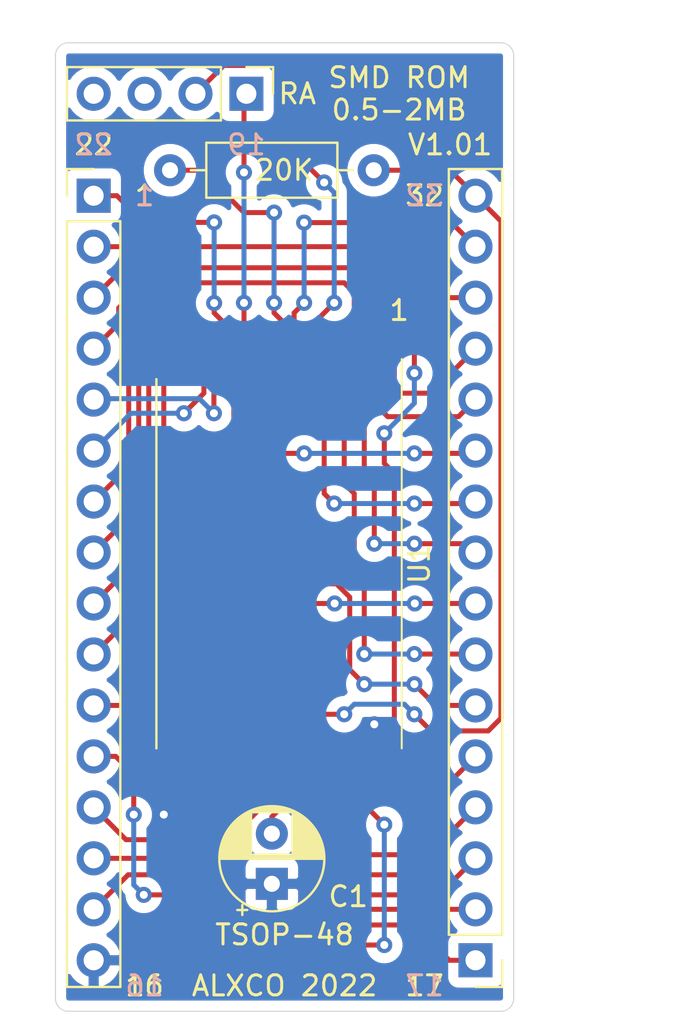
<source format=kicad_pcb>
(kicad_pcb (version 20171130) (host pcbnew "(5.1.7)-1")

  (general
    (thickness 1.6)
    (drawings 26)
    (tracks 290)
    (zones 0)
    (modules 6)
    (nets 49)
  )

  (page A4)
  (layers
    (0 F.Cu signal)
    (31 B.Cu signal)
    (32 B.Adhes user)
    (33 F.Adhes user)
    (34 B.Paste user)
    (35 F.Paste user)
    (36 B.SilkS user)
    (37 F.SilkS user)
    (38 B.Mask user)
    (39 F.Mask user)
    (40 Dwgs.User user)
    (41 Cmts.User user)
    (42 Eco1.User user)
    (43 Eco2.User user)
    (44 Edge.Cuts user)
    (45 Margin user)
    (46 B.CrtYd user)
    (47 F.CrtYd user)
    (48 B.Fab user)
    (49 F.Fab user)
  )

  (setup
    (last_trace_width 0.25)
    (user_trace_width 0.25)
    (user_trace_width 0.5)
    (trace_clearance 0.2)
    (zone_clearance 0.508)
    (zone_45_only no)
    (trace_min 0.2)
    (via_size 0.8)
    (via_drill 0.4)
    (via_min_size 0.4)
    (via_min_drill 0.3)
    (uvia_size 0.3)
    (uvia_drill 0.1)
    (uvias_allowed no)
    (uvia_min_size 0.2)
    (uvia_min_drill 0.1)
    (edge_width 0.05)
    (segment_width 0.2)
    (pcb_text_width 0.3)
    (pcb_text_size 1.5 1.5)
    (mod_edge_width 0.12)
    (mod_text_size 1 1)
    (mod_text_width 0.15)
    (pad_size 2.1 0.25)
    (pad_drill 0)
    (pad_to_mask_clearance 0)
    (aux_axis_origin 0 0)
    (grid_origin 30.48 45.72)
    (visible_elements 7FFFFFFF)
    (pcbplotparams
      (layerselection 0x010f0_ffffffff)
      (usegerberextensions false)
      (usegerberattributes true)
      (usegerberadvancedattributes true)
      (creategerberjobfile true)
      (excludeedgelayer true)
      (linewidth 0.100000)
      (plotframeref false)
      (viasonmask false)
      (mode 1)
      (useauxorigin false)
      (hpglpennumber 1)
      (hpglpenspeed 20)
      (hpglpendiameter 15.000000)
      (psnegative false)
      (psa4output false)
      (plotreference true)
      (plotvalue true)
      (plotinvisibletext false)
      (padsonsilk false)
      (subtractmaskfromsilk false)
      (outputformat 1)
      (mirror false)
      (drillshape 0)
      (scaleselection 1)
      (outputdirectory "Gerbs/"))
  )

  (net 0 "")
  (net 1 +5V)
  (net 2 GND)
  (net 3 /D2)
  (net 4 /D1)
  (net 5 /D0)
  (net 6 /A0)
  (net 7 /A1)
  (net 8 /A2)
  (net 9 /A3)
  (net 10 /A4)
  (net 11 /A5)
  (net 12 /A6)
  (net 13 /A7)
  (net 14 /A12)
  (net 15 /RA15)
  (net 16 /RA16)
  (net 17 /RA18)
  (net 18 /ROMWR_N)
  (net 19 /RA17)
  (net 20 /RA14)
  (net 21 /A13)
  (net 22 /A8)
  (net 23 /A9)
  (net 24 /A11)
  (net 25 /RD_N)
  (net 26 /A10)
  (net 27 /CE_N)
  (net 28 /D7)
  (net 29 /D6)
  (net 30 /D5)
  (net 31 /D4)
  (net 32 /D3)
  (net 33 /RA22)
  (net 34 /RA21)
  (net 35 /RA20)
  (net 36 /RA19)
  (net 37 /RST_N)
  (net 38 "Net-(U1-Pad43)")
  (net 39 "Net-(U1-Pad41)")
  (net 40 "Net-(U1-Pad39)")
  (net 41 "Net-(U1-Pad36)")
  (net 42 "Net-(U1-Pad34)")
  (net 43 "Net-(U1-Pad32)")
  (net 44 "Net-(U1-Pad30)")
  (net 45 "Net-(U1-Pad15)")
  (net 46 "Net-(U1-Pad14)")
  (net 47 "Net-(U1-Pad13)")
  (net 48 "Net-(U1-Pad10)")

  (net_class Default "This is the default net class."
    (clearance 0.2)
    (trace_width 0.25)
    (via_dia 0.8)
    (via_drill 0.4)
    (uvia_dia 0.3)
    (uvia_drill 0.1)
    (add_net /A0)
    (add_net /A1)
    (add_net /A10)
    (add_net /A11)
    (add_net /A12)
    (add_net /A13)
    (add_net /A2)
    (add_net /A3)
    (add_net /A4)
    (add_net /A5)
    (add_net /A6)
    (add_net /A7)
    (add_net /A8)
    (add_net /A9)
    (add_net /CE_N)
    (add_net /D0)
    (add_net /D1)
    (add_net /D2)
    (add_net /D3)
    (add_net /D4)
    (add_net /D5)
    (add_net /D6)
    (add_net /D7)
    (add_net /RA14)
    (add_net /RA15)
    (add_net /RA16)
    (add_net /RA17)
    (add_net /RA18)
    (add_net /RA19)
    (add_net /RA20)
    (add_net /RA21)
    (add_net /RA22)
    (add_net /RD_N)
    (add_net /ROMWR_N)
    (add_net /RST_N)
    (add_net "Net-(U1-Pad10)")
    (add_net "Net-(U1-Pad13)")
    (add_net "Net-(U1-Pad14)")
    (add_net "Net-(U1-Pad15)")
    (add_net "Net-(U1-Pad30)")
    (add_net "Net-(U1-Pad32)")
    (add_net "Net-(U1-Pad34)")
    (add_net "Net-(U1-Pad36)")
    (add_net "Net-(U1-Pad39)")
    (add_net "Net-(U1-Pad41)")
    (add_net "Net-(U1-Pad43)")
  )

  (net_class PWR ""
    (clearance 0.2)
    (trace_width 0.25)
    (via_dia 0.8)
    (via_drill 0.4)
    (uvia_dia 0.3)
    (uvia_drill 0.1)
    (add_net +5V)
    (add_net GND)
  )

  (module Capacitor_THT:CP_Radial_D5.0mm_P2.50mm (layer F.Cu) (tedit 5AE50EF0) (tstamp 61E4CB9C)
    (at 39.37 90.17 90)
    (descr "CP, Radial series, Radial, pin pitch=2.50mm, , diameter=5mm, Electrolytic Capacitor")
    (tags "CP Radial series Radial pin pitch 2.50mm  diameter 5mm Electrolytic Capacitor")
    (path /61F98512)
    (fp_text reference C1 (at -0.635 3.81 180) (layer F.SilkS)
      (effects (font (size 1 1) (thickness 0.15)))
    )
    (fp_text value 100n (at 1.25 3.75 90) (layer F.Fab)
      (effects (font (size 1 1) (thickness 0.15)))
    )
    (fp_circle (center 1.25 0) (end 3.75 0) (layer F.Fab) (width 0.1))
    (fp_circle (center 1.25 0) (end 3.87 0) (layer F.SilkS) (width 0.12))
    (fp_circle (center 1.25 0) (end 4 0) (layer F.CrtYd) (width 0.05))
    (fp_line (start -0.883605 -1.0875) (end -0.383605 -1.0875) (layer F.Fab) (width 0.1))
    (fp_line (start -0.633605 -1.3375) (end -0.633605 -0.8375) (layer F.Fab) (width 0.1))
    (fp_line (start 1.25 -2.58) (end 1.25 2.58) (layer F.SilkS) (width 0.12))
    (fp_line (start 1.29 -2.58) (end 1.29 2.58) (layer F.SilkS) (width 0.12))
    (fp_line (start 1.33 -2.579) (end 1.33 2.579) (layer F.SilkS) (width 0.12))
    (fp_line (start 1.37 -2.578) (end 1.37 2.578) (layer F.SilkS) (width 0.12))
    (fp_line (start 1.41 -2.576) (end 1.41 2.576) (layer F.SilkS) (width 0.12))
    (fp_line (start 1.45 -2.573) (end 1.45 2.573) (layer F.SilkS) (width 0.12))
    (fp_line (start 1.49 -2.569) (end 1.49 -1.04) (layer F.SilkS) (width 0.12))
    (fp_line (start 1.49 1.04) (end 1.49 2.569) (layer F.SilkS) (width 0.12))
    (fp_line (start 1.53 -2.565) (end 1.53 -1.04) (layer F.SilkS) (width 0.12))
    (fp_line (start 1.53 1.04) (end 1.53 2.565) (layer F.SilkS) (width 0.12))
    (fp_line (start 1.57 -2.561) (end 1.57 -1.04) (layer F.SilkS) (width 0.12))
    (fp_line (start 1.57 1.04) (end 1.57 2.561) (layer F.SilkS) (width 0.12))
    (fp_line (start 1.61 -2.556) (end 1.61 -1.04) (layer F.SilkS) (width 0.12))
    (fp_line (start 1.61 1.04) (end 1.61 2.556) (layer F.SilkS) (width 0.12))
    (fp_line (start 1.65 -2.55) (end 1.65 -1.04) (layer F.SilkS) (width 0.12))
    (fp_line (start 1.65 1.04) (end 1.65 2.55) (layer F.SilkS) (width 0.12))
    (fp_line (start 1.69 -2.543) (end 1.69 -1.04) (layer F.SilkS) (width 0.12))
    (fp_line (start 1.69 1.04) (end 1.69 2.543) (layer F.SilkS) (width 0.12))
    (fp_line (start 1.73 -2.536) (end 1.73 -1.04) (layer F.SilkS) (width 0.12))
    (fp_line (start 1.73 1.04) (end 1.73 2.536) (layer F.SilkS) (width 0.12))
    (fp_line (start 1.77 -2.528) (end 1.77 -1.04) (layer F.SilkS) (width 0.12))
    (fp_line (start 1.77 1.04) (end 1.77 2.528) (layer F.SilkS) (width 0.12))
    (fp_line (start 1.81 -2.52) (end 1.81 -1.04) (layer F.SilkS) (width 0.12))
    (fp_line (start 1.81 1.04) (end 1.81 2.52) (layer F.SilkS) (width 0.12))
    (fp_line (start 1.85 -2.511) (end 1.85 -1.04) (layer F.SilkS) (width 0.12))
    (fp_line (start 1.85 1.04) (end 1.85 2.511) (layer F.SilkS) (width 0.12))
    (fp_line (start 1.89 -2.501) (end 1.89 -1.04) (layer F.SilkS) (width 0.12))
    (fp_line (start 1.89 1.04) (end 1.89 2.501) (layer F.SilkS) (width 0.12))
    (fp_line (start 1.93 -2.491) (end 1.93 -1.04) (layer F.SilkS) (width 0.12))
    (fp_line (start 1.93 1.04) (end 1.93 2.491) (layer F.SilkS) (width 0.12))
    (fp_line (start 1.971 -2.48) (end 1.971 -1.04) (layer F.SilkS) (width 0.12))
    (fp_line (start 1.971 1.04) (end 1.971 2.48) (layer F.SilkS) (width 0.12))
    (fp_line (start 2.011 -2.468) (end 2.011 -1.04) (layer F.SilkS) (width 0.12))
    (fp_line (start 2.011 1.04) (end 2.011 2.468) (layer F.SilkS) (width 0.12))
    (fp_line (start 2.051 -2.455) (end 2.051 -1.04) (layer F.SilkS) (width 0.12))
    (fp_line (start 2.051 1.04) (end 2.051 2.455) (layer F.SilkS) (width 0.12))
    (fp_line (start 2.091 -2.442) (end 2.091 -1.04) (layer F.SilkS) (width 0.12))
    (fp_line (start 2.091 1.04) (end 2.091 2.442) (layer F.SilkS) (width 0.12))
    (fp_line (start 2.131 -2.428) (end 2.131 -1.04) (layer F.SilkS) (width 0.12))
    (fp_line (start 2.131 1.04) (end 2.131 2.428) (layer F.SilkS) (width 0.12))
    (fp_line (start 2.171 -2.414) (end 2.171 -1.04) (layer F.SilkS) (width 0.12))
    (fp_line (start 2.171 1.04) (end 2.171 2.414) (layer F.SilkS) (width 0.12))
    (fp_line (start 2.211 -2.398) (end 2.211 -1.04) (layer F.SilkS) (width 0.12))
    (fp_line (start 2.211 1.04) (end 2.211 2.398) (layer F.SilkS) (width 0.12))
    (fp_line (start 2.251 -2.382) (end 2.251 -1.04) (layer F.SilkS) (width 0.12))
    (fp_line (start 2.251 1.04) (end 2.251 2.382) (layer F.SilkS) (width 0.12))
    (fp_line (start 2.291 -2.365) (end 2.291 -1.04) (layer F.SilkS) (width 0.12))
    (fp_line (start 2.291 1.04) (end 2.291 2.365) (layer F.SilkS) (width 0.12))
    (fp_line (start 2.331 -2.348) (end 2.331 -1.04) (layer F.SilkS) (width 0.12))
    (fp_line (start 2.331 1.04) (end 2.331 2.348) (layer F.SilkS) (width 0.12))
    (fp_line (start 2.371 -2.329) (end 2.371 -1.04) (layer F.SilkS) (width 0.12))
    (fp_line (start 2.371 1.04) (end 2.371 2.329) (layer F.SilkS) (width 0.12))
    (fp_line (start 2.411 -2.31) (end 2.411 -1.04) (layer F.SilkS) (width 0.12))
    (fp_line (start 2.411 1.04) (end 2.411 2.31) (layer F.SilkS) (width 0.12))
    (fp_line (start 2.451 -2.29) (end 2.451 -1.04) (layer F.SilkS) (width 0.12))
    (fp_line (start 2.451 1.04) (end 2.451 2.29) (layer F.SilkS) (width 0.12))
    (fp_line (start 2.491 -2.268) (end 2.491 -1.04) (layer F.SilkS) (width 0.12))
    (fp_line (start 2.491 1.04) (end 2.491 2.268) (layer F.SilkS) (width 0.12))
    (fp_line (start 2.531 -2.247) (end 2.531 -1.04) (layer F.SilkS) (width 0.12))
    (fp_line (start 2.531 1.04) (end 2.531 2.247) (layer F.SilkS) (width 0.12))
    (fp_line (start 2.571 -2.224) (end 2.571 -1.04) (layer F.SilkS) (width 0.12))
    (fp_line (start 2.571 1.04) (end 2.571 2.224) (layer F.SilkS) (width 0.12))
    (fp_line (start 2.611 -2.2) (end 2.611 -1.04) (layer F.SilkS) (width 0.12))
    (fp_line (start 2.611 1.04) (end 2.611 2.2) (layer F.SilkS) (width 0.12))
    (fp_line (start 2.651 -2.175) (end 2.651 -1.04) (layer F.SilkS) (width 0.12))
    (fp_line (start 2.651 1.04) (end 2.651 2.175) (layer F.SilkS) (width 0.12))
    (fp_line (start 2.691 -2.149) (end 2.691 -1.04) (layer F.SilkS) (width 0.12))
    (fp_line (start 2.691 1.04) (end 2.691 2.149) (layer F.SilkS) (width 0.12))
    (fp_line (start 2.731 -2.122) (end 2.731 -1.04) (layer F.SilkS) (width 0.12))
    (fp_line (start 2.731 1.04) (end 2.731 2.122) (layer F.SilkS) (width 0.12))
    (fp_line (start 2.771 -2.095) (end 2.771 -1.04) (layer F.SilkS) (width 0.12))
    (fp_line (start 2.771 1.04) (end 2.771 2.095) (layer F.SilkS) (width 0.12))
    (fp_line (start 2.811 -2.065) (end 2.811 -1.04) (layer F.SilkS) (width 0.12))
    (fp_line (start 2.811 1.04) (end 2.811 2.065) (layer F.SilkS) (width 0.12))
    (fp_line (start 2.851 -2.035) (end 2.851 -1.04) (layer F.SilkS) (width 0.12))
    (fp_line (start 2.851 1.04) (end 2.851 2.035) (layer F.SilkS) (width 0.12))
    (fp_line (start 2.891 -2.004) (end 2.891 -1.04) (layer F.SilkS) (width 0.12))
    (fp_line (start 2.891 1.04) (end 2.891 2.004) (layer F.SilkS) (width 0.12))
    (fp_line (start 2.931 -1.971) (end 2.931 -1.04) (layer F.SilkS) (width 0.12))
    (fp_line (start 2.931 1.04) (end 2.931 1.971) (layer F.SilkS) (width 0.12))
    (fp_line (start 2.971 -1.937) (end 2.971 -1.04) (layer F.SilkS) (width 0.12))
    (fp_line (start 2.971 1.04) (end 2.971 1.937) (layer F.SilkS) (width 0.12))
    (fp_line (start 3.011 -1.901) (end 3.011 -1.04) (layer F.SilkS) (width 0.12))
    (fp_line (start 3.011 1.04) (end 3.011 1.901) (layer F.SilkS) (width 0.12))
    (fp_line (start 3.051 -1.864) (end 3.051 -1.04) (layer F.SilkS) (width 0.12))
    (fp_line (start 3.051 1.04) (end 3.051 1.864) (layer F.SilkS) (width 0.12))
    (fp_line (start 3.091 -1.826) (end 3.091 -1.04) (layer F.SilkS) (width 0.12))
    (fp_line (start 3.091 1.04) (end 3.091 1.826) (layer F.SilkS) (width 0.12))
    (fp_line (start 3.131 -1.785) (end 3.131 -1.04) (layer F.SilkS) (width 0.12))
    (fp_line (start 3.131 1.04) (end 3.131 1.785) (layer F.SilkS) (width 0.12))
    (fp_line (start 3.171 -1.743) (end 3.171 -1.04) (layer F.SilkS) (width 0.12))
    (fp_line (start 3.171 1.04) (end 3.171 1.743) (layer F.SilkS) (width 0.12))
    (fp_line (start 3.211 -1.699) (end 3.211 -1.04) (layer F.SilkS) (width 0.12))
    (fp_line (start 3.211 1.04) (end 3.211 1.699) (layer F.SilkS) (width 0.12))
    (fp_line (start 3.251 -1.653) (end 3.251 -1.04) (layer F.SilkS) (width 0.12))
    (fp_line (start 3.251 1.04) (end 3.251 1.653) (layer F.SilkS) (width 0.12))
    (fp_line (start 3.291 -1.605) (end 3.291 -1.04) (layer F.SilkS) (width 0.12))
    (fp_line (start 3.291 1.04) (end 3.291 1.605) (layer F.SilkS) (width 0.12))
    (fp_line (start 3.331 -1.554) (end 3.331 -1.04) (layer F.SilkS) (width 0.12))
    (fp_line (start 3.331 1.04) (end 3.331 1.554) (layer F.SilkS) (width 0.12))
    (fp_line (start 3.371 -1.5) (end 3.371 -1.04) (layer F.SilkS) (width 0.12))
    (fp_line (start 3.371 1.04) (end 3.371 1.5) (layer F.SilkS) (width 0.12))
    (fp_line (start 3.411 -1.443) (end 3.411 -1.04) (layer F.SilkS) (width 0.12))
    (fp_line (start 3.411 1.04) (end 3.411 1.443) (layer F.SilkS) (width 0.12))
    (fp_line (start 3.451 -1.383) (end 3.451 -1.04) (layer F.SilkS) (width 0.12))
    (fp_line (start 3.451 1.04) (end 3.451 1.383) (layer F.SilkS) (width 0.12))
    (fp_line (start 3.491 -1.319) (end 3.491 -1.04) (layer F.SilkS) (width 0.12))
    (fp_line (start 3.491 1.04) (end 3.491 1.319) (layer F.SilkS) (width 0.12))
    (fp_line (start 3.531 -1.251) (end 3.531 -1.04) (layer F.SilkS) (width 0.12))
    (fp_line (start 3.531 1.04) (end 3.531 1.251) (layer F.SilkS) (width 0.12))
    (fp_line (start 3.571 -1.178) (end 3.571 1.178) (layer F.SilkS) (width 0.12))
    (fp_line (start 3.611 -1.098) (end 3.611 1.098) (layer F.SilkS) (width 0.12))
    (fp_line (start 3.651 -1.011) (end 3.651 1.011) (layer F.SilkS) (width 0.12))
    (fp_line (start 3.691 -0.915) (end 3.691 0.915) (layer F.SilkS) (width 0.12))
    (fp_line (start 3.731 -0.805) (end 3.731 0.805) (layer F.SilkS) (width 0.12))
    (fp_line (start 3.771 -0.677) (end 3.771 0.677) (layer F.SilkS) (width 0.12))
    (fp_line (start 3.811 -0.518) (end 3.811 0.518) (layer F.SilkS) (width 0.12))
    (fp_line (start 3.851 -0.284) (end 3.851 0.284) (layer F.SilkS) (width 0.12))
    (fp_line (start -1.554775 -1.475) (end -1.054775 -1.475) (layer F.SilkS) (width 0.12))
    (fp_line (start -1.304775 -1.725) (end -1.304775 -1.225) (layer F.SilkS) (width 0.12))
    (fp_text user %R (at 1.25 0 90) (layer F.Fab)
      (effects (font (size 1 1) (thickness 0.15)))
    )
    (pad 2 thru_hole circle (at 2.5 0 90) (size 1.6 1.6) (drill 0.8) (layers *.Cu *.Mask)
      (net 1 +5V))
    (pad 1 thru_hole rect (at 0 0 90) (size 1.6 1.6) (drill 0.8) (layers *.Cu *.Mask)
      (net 2 GND))
    (model ${KISYS3DMOD}/Capacitor_THT.3dshapes/CP_Radial_D5.0mm_P2.50mm.wrl
      (at (xyz 0 0 0))
      (scale (xyz 1 1 1))
      (rotate (xyz 0 0 0))
    )
  )

  (module Package_SO:TSOP-I-48_18.4x12mm_P0.5mm (layer F.Cu) (tedit 61E4C512) (tstamp 61E4CCAD)
    (at 39.73 74.22 270)
    (descr "TSOP I, 32 pins, 18.4x8mm body (https://www.micron.com/~/media/documents/products/technical-note/nor-flash/tn1225_land_pad_design.pdf)")
    (tags "TSOP I 32")
    (path /61E10508)
    (attr smd)
    (fp_text reference U1 (at 0 -7 90) (layer F.SilkS)
      (effects (font (size 1 1) (thickness 0.15)))
    )
    (fp_text value M29F160 (at 0 7 90) (layer F.Fab)
      (effects (font (size 1 1) (thickness 0.15)))
    )
    (fp_line (start -10.55 6.25) (end -10.55 -6.25) (layer F.CrtYd) (width 0.05))
    (fp_line (start 10.55 6.25) (end -10.55 6.25) (layer F.CrtYd) (width 0.05))
    (fp_line (start 10.55 -6.25) (end 10.55 6.25) (layer F.CrtYd) (width 0.05))
    (fp_line (start -10.55 -6.25) (end 10.55 -6.25) (layer F.CrtYd) (width 0.05))
    (fp_line (start -9.2 6.12) (end 9.2 6.12) (layer F.SilkS) (width 0.12))
    (fp_line (start 9.2 -6.12) (end -10.2 -6.12) (layer F.SilkS) (width 0.1))
    (fp_line (start -8.2 -6) (end -9.2 -5) (layer F.Fab) (width 0.1))
    (fp_line (start 9.2 -6) (end 9.2 6) (layer F.Fab) (width 0.1))
    (fp_line (start 9.2 6) (end -9.2 6) (layer F.Fab) (width 0.1))
    (fp_line (start -9.2 6) (end -9.2 -5) (layer F.Fab) (width 0.1))
    (fp_line (start -8.2 -6) (end 9.2 -6) (layer F.Fab) (width 0.1))
    (fp_text user %R (at 0 0 90) (layer F.Fab)
      (effects (font (size 1 1) (thickness 0.15)))
    )
    (pad 48 smd rect (at 9.75 -5.75 270) (size 2.1 0.25) (drill (offset 0.5 0)) (layers F.Cu F.Paste F.Mask)
      (net 19 /RA17))
    (pad 47 smd rect (at 9.75 -5.25 270) (size 2.1 0.25) (drill (offset 0.5 0)) (layers F.Cu F.Paste F.Mask)
      (net 2 GND))
    (pad 46 smd rect (at 9.75 -4.75 270) (size 2.1 0.25) (drill (offset 0.5 0)) (layers F.Cu F.Paste F.Mask)
      (net 2 GND))
    (pad 45 smd rect (at 9.75 -4.25 270) (size 2.1 0.25) (drill (offset 0.5 0)) (layers F.Cu F.Paste F.Mask)
      (net 6 /A0))
    (pad 44 smd rect (at 9.75 -3.75 270) (size 2.1 0.25) (drill (offset 0.5 0)) (layers F.Cu F.Paste F.Mask)
      (net 28 /D7))
    (pad 43 smd rect (at 9.75 -3.25 270) (size 2.1 0.25) (drill (offset 0.5 0)) (layers F.Cu F.Paste F.Mask)
      (net 38 "Net-(U1-Pad43)"))
    (pad 42 smd rect (at 9.75 -2.75 270) (size 2.1 0.25) (drill (offset 0.5 0)) (layers F.Cu F.Paste F.Mask)
      (net 29 /D6))
    (pad 41 smd rect (at 9.75 -2.25 270) (size 2.1 0.25) (drill (offset 0.5 0)) (layers F.Cu F.Paste F.Mask)
      (net 39 "Net-(U1-Pad41)"))
    (pad 40 smd rect (at 9.75 -1.75 270) (size 2.1 0.25) (drill (offset 0.5 0)) (layers F.Cu F.Paste F.Mask)
      (net 30 /D5))
    (pad 39 smd rect (at 9.75 -1.25 270) (size 2.1 0.25) (drill (offset 0.5 0)) (layers F.Cu F.Paste F.Mask)
      (net 40 "Net-(U1-Pad39)"))
    (pad 38 smd rect (at 9.75 -0.75 270) (size 2.1 0.25) (drill (offset 0.5 0)) (layers F.Cu F.Paste F.Mask)
      (net 31 /D4))
    (pad 37 smd rect (at 9.75 -0.25 270) (size 2.1 0.25) (drill (offset 0.5 0)) (layers F.Cu F.Paste F.Mask)
      (net 1 +5V))
    (pad 36 smd rect (at 9.75 0.25 270) (size 2.1 0.25) (drill (offset 0.5 0)) (layers F.Cu F.Paste F.Mask)
      (net 41 "Net-(U1-Pad36)"))
    (pad 35 smd rect (at 9.75 0.75 270) (size 2.1 0.25) (drill (offset 0.5 0)) (layers F.Cu F.Paste F.Mask)
      (net 32 /D3))
    (pad 34 smd rect (at 9.75 1.25 270) (size 2.1 0.25) (drill (offset 0.5 0)) (layers F.Cu F.Paste F.Mask)
      (net 42 "Net-(U1-Pad34)"))
    (pad 33 smd rect (at 9.75 1.75 270) (size 2.1 0.25) (drill (offset 0.5 0)) (layers F.Cu F.Paste F.Mask)
      (net 3 /D2))
    (pad 32 smd rect (at 9.75 2.25 270) (size 2.1 0.25) (drill (offset 0.5 0)) (layers F.Cu F.Paste F.Mask)
      (net 43 "Net-(U1-Pad32)"))
    (pad 31 smd rect (at 9.75 2.75 270) (size 2.1 0.25) (drill (offset 0.5 0)) (layers F.Cu F.Paste F.Mask)
      (net 4 /D1))
    (pad 30 smd rect (at 9.75 3.25 270) (size 2.1 0.25) (drill (offset 0.5 0)) (layers F.Cu F.Paste F.Mask)
      (net 44 "Net-(U1-Pad30)"))
    (pad 29 smd rect (at 9.75 3.75 270) (size 2.1 0.25) (drill (offset 0.5 0)) (layers F.Cu F.Paste F.Mask)
      (net 5 /D0))
    (pad 28 smd rect (at 9.75 4.25 270) (size 2.1 0.25) (drill (offset 0.5 0)) (layers F.Cu F.Paste F.Mask)
      (net 25 /RD_N))
    (pad 27 smd rect (at 9.75 4.75 270) (size 2.1 0.25) (drill (offset 0.5 0)) (layers F.Cu F.Paste F.Mask)
      (net 2 GND))
    (pad 26 smd rect (at 9.75 5.25 270) (size 2.1 0.25) (drill (offset 0.5 0)) (layers F.Cu F.Paste F.Mask)
      (net 27 /CE_N))
    (pad 24 smd rect (at -9.75 5.75 270) (size 2.1 0.25) (drill (offset -0.5 0)) (layers F.Cu F.Paste F.Mask)
      (net 8 /A2))
    (pad 23 smd rect (at -9.75 5.25 270) (size 2.1 0.25) (drill (offset -0.5 0)) (layers F.Cu F.Paste F.Mask)
      (net 9 /A3))
    (pad 22 smd rect (at -9.75 4.75 270) (size 2.1 0.25) (drill (offset -0.5 0)) (layers F.Cu F.Paste F.Mask)
      (net 10 /A4))
    (pad 21 smd rect (at -9.75 4.25 270) (size 2.1 0.25) (drill (offset -0.5 0)) (layers F.Cu F.Paste F.Mask)
      (net 11 /A5))
    (pad 20 smd rect (at -9.75 3.75 270) (size 2.1 0.25) (drill (offset -0.5 0)) (layers F.Cu F.Paste F.Mask)
      (net 12 /A6))
    (pad 19 smd rect (at -9.75 3.25 270) (size 2.1 0.25) (drill (offset -0.5 0)) (layers F.Cu F.Paste F.Mask)
      (net 13 /A7))
    (pad 18 smd rect (at -9.75 2.75 270) (size 2.1 0.25) (drill (offset -0.5 0)) (layers F.Cu F.Paste F.Mask)
      (net 22 /A8))
    (pad 17 smd rect (at -9.75 2.25 270) (size 2.1 0.25) (drill (offset -0.5 0)) (layers F.Cu F.Paste F.Mask)
      (net 17 /RA18))
    (pad 16 smd rect (at -9.75 1.75 270) (size 2.1 0.25) (drill (offset -0.5 0)) (layers F.Cu F.Paste F.Mask)
      (net 36 /RA19))
    (pad 15 smd rect (at -9.75 1.25 270) (size 2.1 0.25) (drill (offset -0.5 0)) (layers F.Cu F.Paste F.Mask)
      (net 45 "Net-(U1-Pad15)"))
    (pad 14 smd rect (at -9.75 0.75 270) (size 2.1 0.25) (drill (offset -0.5 0)) (layers F.Cu F.Paste F.Mask)
      (net 46 "Net-(U1-Pad14)"))
    (pad 13 smd rect (at -9.75 0.25 270) (size 2.1 0.25) (drill (offset -0.5 0)) (layers F.Cu F.Paste F.Mask)
      (net 47 "Net-(U1-Pad13)"))
    (pad 12 smd rect (at -9.75 -0.25 270) (size 2.1 0.25) (drill (offset -0.5 0)) (layers F.Cu F.Paste F.Mask)
      (net 37 /RST_N))
    (pad 11 smd rect (at -9.75 -0.75 270) (size 2.1 0.25) (drill (offset -0.5 0)) (layers F.Cu F.Paste F.Mask)
      (net 18 /ROMWR_N))
    (pad 10 smd rect (at -9.75 -1.25 270) (size 2.1 0.25) (drill (offset -0.5 0)) (layers F.Cu F.Paste F.Mask)
      (net 48 "Net-(U1-Pad10)"))
    (pad 9 smd rect (at -9.75 -1.75 270) (size 2.1 0.25) (drill (offset -0.5 0)) (layers F.Cu F.Paste F.Mask)
      (net 35 /RA20))
    (pad 8 smd rect (at -9.75 -2.25 270) (size 2.1 0.25) (drill (offset -0.5 0)) (layers F.Cu F.Paste F.Mask)
      (net 23 /A9))
    (pad 7 smd rect (at -9.75 -2.75 270) (size 2.1 0.25) (drill (offset -0.5 0)) (layers F.Cu F.Paste F.Mask)
      (net 26 /A10))
    (pad 6 smd rect (at -9.75 -3.25 270) (size 2.1 0.25) (drill (offset -0.5 0)) (layers F.Cu F.Paste F.Mask)
      (net 24 /A11))
    (pad 5 smd rect (at -9.75 -3.75 270) (size 2.1 0.25) (drill (offset -0.5 0)) (layers F.Cu F.Paste F.Mask)
      (net 14 /A12))
    (pad 4 smd rect (at -9.75 -4.25 270) (size 2.1 0.25) (drill (offset -0.5 0)) (layers F.Cu F.Paste F.Mask)
      (net 21 /A13))
    (pad 3 smd rect (at -9.75 -4.75 270) (size 2.1 0.25) (drill (offset -0.5 0)) (layers F.Cu F.Paste F.Mask)
      (net 20 /RA14))
    (pad 2 smd rect (at -9.75 -5.25 270) (size 2.1 0.25) (drill (offset -0.5 0)) (layers F.Cu F.Paste F.Mask)
      (net 15 /RA15))
    (pad 25 smd rect (at 9.75 5.75 270) (size 2.1 0.25) (drill (offset 0.5 0)) (layers F.Cu F.Paste F.Mask)
      (net 7 /A1))
    (pad 1 smd rect (at -9.75 -5.75 270) (size 2.1 0.25) (drill (offset -0.5 0)) (layers F.Cu F.Paste F.Mask)
      (net 16 /RA16))
    (model ${KISYS3DMOD}/Package_SO.3dshapes/TSOP-I-48_18.4x12mm_P0.5mm.wrl
      (at (xyz 0 0 0))
      (scale (xyz 1 1 1))
      (rotate (xyz 0 0 0))
    )
  )

  (module Resistor_THT:R_Axial_DIN0207_L6.3mm_D2.5mm_P10.16mm_Horizontal (layer F.Cu) (tedit 5AE5139B) (tstamp 61E4CC6D)
    (at 44.45 54.61 180)
    (descr "Resistor, Axial_DIN0207 series, Axial, Horizontal, pin pitch=10.16mm, 0.25W = 1/4W, length*diameter=6.3*2.5mm^2, http://cdn-reichelt.de/documents/datenblatt/B400/1_4W%23YAG.pdf")
    (tags "Resistor Axial_DIN0207 series Axial Horizontal pin pitch 10.16mm 0.25W = 1/4W length 6.3mm diameter 2.5mm")
    (path /61EC2B27)
    (fp_text reference R1 (at 5.08 0) (layer F.SilkS) hide
      (effects (font (size 1 1) (thickness 0.15)))
    )
    (fp_text value 20K (at 5.08 1.27) (layer F.Fab)
      (effects (font (size 1 1) (thickness 0.15)))
    )
    (fp_line (start 1.93 -1.25) (end 1.93 1.25) (layer F.Fab) (width 0.1))
    (fp_line (start 1.93 1.25) (end 8.23 1.25) (layer F.Fab) (width 0.1))
    (fp_line (start 8.23 1.25) (end 8.23 -1.25) (layer F.Fab) (width 0.1))
    (fp_line (start 8.23 -1.25) (end 1.93 -1.25) (layer F.Fab) (width 0.1))
    (fp_line (start 0 0) (end 1.93 0) (layer F.Fab) (width 0.1))
    (fp_line (start 10.16 0) (end 8.23 0) (layer F.Fab) (width 0.1))
    (fp_line (start 1.81 -1.37) (end 1.81 1.37) (layer F.SilkS) (width 0.12))
    (fp_line (start 1.81 1.37) (end 8.35 1.37) (layer F.SilkS) (width 0.12))
    (fp_line (start 8.35 1.37) (end 8.35 -1.37) (layer F.SilkS) (width 0.12))
    (fp_line (start 8.35 -1.37) (end 1.81 -1.37) (layer F.SilkS) (width 0.12))
    (fp_line (start 1.04 0) (end 1.81 0) (layer F.SilkS) (width 0.12))
    (fp_line (start 9.12 0) (end 8.35 0) (layer F.SilkS) (width 0.12))
    (fp_line (start -1.05 -1.5) (end -1.05 1.5) (layer F.CrtYd) (width 0.05))
    (fp_line (start -1.05 1.5) (end 11.21 1.5) (layer F.CrtYd) (width 0.05))
    (fp_line (start 11.21 1.5) (end 11.21 -1.5) (layer F.CrtYd) (width 0.05))
    (fp_line (start 11.21 -1.5) (end -1.05 -1.5) (layer F.CrtYd) (width 0.05))
    (fp_text user %R (at 5.08 0) (layer F.Fab)
      (effects (font (size 1 1) (thickness 0.15)))
    )
    (pad 2 thru_hole oval (at 10.16 0 180) (size 1.6 1.6) (drill 0.8) (layers *.Cu *.Mask)
      (net 37 /RST_N))
    (pad 1 thru_hole circle (at 0 0 180) (size 1.6 1.6) (drill 0.8) (layers *.Cu *.Mask)
      (net 1 +5V))
    (model ${KISYS3DMOD}/Resistor_THT.3dshapes/R_Axial_DIN0207_L6.3mm_D2.5mm_P10.16mm_Horizontal.wrl
      (at (xyz 0 0 0))
      (scale (xyz 1 1 1))
      (rotate (xyz 0 0 0))
    )
  )

  (module Connector_PinHeader_2.54mm:PinHeader_1x04_P2.54mm_Vertical (layer F.Cu) (tedit 59FED5CC) (tstamp 61DFEC4F)
    (at 38.1 50.8 270)
    (descr "Through hole straight pin header, 1x04, 2.54mm pitch, single row")
    (tags "Through hole pin header THT 1x04 2.54mm single row")
    (path /61F60A93)
    (fp_text reference J2 (at 0 -2.33 90) (layer F.SilkS) hide
      (effects (font (size 1 1) (thickness 0.15)))
    )
    (fp_text value Conn_01x04 (at 0 9.95 90) (layer F.Fab)
      (effects (font (size 1 1) (thickness 0.15)))
    )
    (fp_line (start -0.635 -1.27) (end 1.27 -1.27) (layer F.Fab) (width 0.1))
    (fp_line (start 1.27 -1.27) (end 1.27 8.89) (layer F.Fab) (width 0.1))
    (fp_line (start 1.27 8.89) (end -1.27 8.89) (layer F.Fab) (width 0.1))
    (fp_line (start -1.27 8.89) (end -1.27 -0.635) (layer F.Fab) (width 0.1))
    (fp_line (start -1.27 -0.635) (end -0.635 -1.27) (layer F.Fab) (width 0.1))
    (fp_line (start -1.33 8.95) (end 1.33 8.95) (layer F.SilkS) (width 0.12))
    (fp_line (start -1.33 1.27) (end -1.33 8.95) (layer F.SilkS) (width 0.12))
    (fp_line (start 1.33 1.27) (end 1.33 8.95) (layer F.SilkS) (width 0.12))
    (fp_line (start -1.33 1.27) (end 1.33 1.27) (layer F.SilkS) (width 0.12))
    (fp_line (start -1.33 0) (end -1.33 -1.33) (layer F.SilkS) (width 0.12))
    (fp_line (start -1.33 -1.33) (end 0 -1.33) (layer F.SilkS) (width 0.12))
    (fp_line (start -1.8 -1.8) (end -1.8 9.4) (layer F.CrtYd) (width 0.05))
    (fp_line (start -1.8 9.4) (end 1.8 9.4) (layer F.CrtYd) (width 0.05))
    (fp_line (start 1.8 9.4) (end 1.8 -1.8) (layer F.CrtYd) (width 0.05))
    (fp_line (start 1.8 -1.8) (end -1.8 -1.8) (layer F.CrtYd) (width 0.05))
    (fp_text user %R (at 0 3.81) (layer F.Fab)
      (effects (font (size 1 1) (thickness 0.15)))
    )
    (pad 4 thru_hole oval (at 0 7.62 270) (size 1.7 1.7) (drill 1) (layers *.Cu *.Mask)
      (net 33 /RA22))
    (pad 3 thru_hole oval (at 0 5.08 270) (size 1.7 1.7) (drill 1) (layers *.Cu *.Mask)
      (net 34 /RA21))
    (pad 2 thru_hole oval (at 0 2.54 270) (size 1.7 1.7) (drill 1) (layers *.Cu *.Mask)
      (net 35 /RA20))
    (pad 1 thru_hole rect (at 0 0 270) (size 1.7 1.7) (drill 1) (layers *.Cu *.Mask)
      (net 36 /RA19))
    (model ${KISYS3DMOD}/Connector_PinHeader_2.54mm.3dshapes/PinHeader_1x04_P2.54mm_Vertical.wrl
      (at (xyz 0 0 0))
      (scale (xyz 1 1 1))
      (rotate (xyz 0 0 0))
    )
  )

  (module Connector_PinHeader_2.54mm:PinHeader_1x16_P2.54mm_Vertical (layer F.Cu) (tedit 59FED5CC) (tstamp 61DFEC37)
    (at 49.53 93.98 180)
    (descr "Through hole straight pin header, 1x16, 2.54mm pitch, single row")
    (tags "Through hole pin header THT 1x16 2.54mm single row")
    (path /61E14DEC)
    (fp_text reference J1 (at 0 -2.33) (layer F.SilkS) hide
      (effects (font (size 1 1) (thickness 0.15)))
    )
    (fp_text value Conn_01x16 (at -6.45 40.76) (layer F.Fab)
      (effects (font (size 1 1) (thickness 0.15)))
    )
    (fp_line (start -0.635 -1.27) (end 1.27 -1.27) (layer F.Fab) (width 0.1))
    (fp_line (start 1.27 -1.27) (end 1.27 39.37) (layer F.Fab) (width 0.1))
    (fp_line (start 1.27 39.37) (end -1.27 39.37) (layer F.Fab) (width 0.1))
    (fp_line (start -1.27 39.37) (end -1.27 -0.635) (layer F.Fab) (width 0.1))
    (fp_line (start -1.27 -0.635) (end -0.635 -1.27) (layer F.Fab) (width 0.1))
    (fp_line (start -1.33 39.43) (end 1.33 39.43) (layer F.SilkS) (width 0.12))
    (fp_line (start -1.33 1.27) (end -1.33 39.43) (layer F.SilkS) (width 0.12))
    (fp_line (start 1.33 1.27) (end 1.33 39.43) (layer F.SilkS) (width 0.12))
    (fp_line (start -1.33 1.27) (end 1.33 1.27) (layer F.SilkS) (width 0.12))
    (fp_line (start -1.33 0) (end -1.33 -1.33) (layer F.SilkS) (width 0.12))
    (fp_line (start -1.33 -1.33) (end 0 -1.33) (layer F.SilkS) (width 0.12))
    (fp_line (start -1.8 -1.8) (end -1.8 39.9) (layer F.CrtYd) (width 0.05))
    (fp_line (start -1.8 39.9) (end 1.8 39.9) (layer F.CrtYd) (width 0.05))
    (fp_line (start 1.8 39.9) (end 1.8 -1.8) (layer F.CrtYd) (width 0.05))
    (fp_line (start 1.8 -1.8) (end -1.8 -1.8) (layer F.CrtYd) (width 0.05))
    (fp_text user %R (at 0 19.05 90) (layer F.Fab)
      (effects (font (size 1 1) (thickness 0.15)))
    )
    (pad 16 thru_hole oval (at 0 38.1 180) (size 1.7 1.7) (drill 1) (layers *.Cu *.Mask)
      (net 1 +5V))
    (pad 15 thru_hole oval (at 0 35.56 180) (size 1.7 1.7) (drill 1) (layers *.Cu *.Mask)
      (net 18 /ROMWR_N))
    (pad 14 thru_hole oval (at 0 33.02 180) (size 1.7 1.7) (drill 1) (layers *.Cu *.Mask)
      (net 19 /RA17))
    (pad 13 thru_hole oval (at 0 30.48 180) (size 1.7 1.7) (drill 1) (layers *.Cu *.Mask)
      (net 20 /RA14))
    (pad 12 thru_hole oval (at 0 27.94 180) (size 1.7 1.7) (drill 1) (layers *.Cu *.Mask)
      (net 21 /A13))
    (pad 11 thru_hole oval (at 0 25.4 180) (size 1.7 1.7) (drill 1) (layers *.Cu *.Mask)
      (net 22 /A8))
    (pad 10 thru_hole oval (at 0 22.86 180) (size 1.7 1.7) (drill 1) (layers *.Cu *.Mask)
      (net 23 /A9))
    (pad 9 thru_hole oval (at 0 20.32 180) (size 1.7 1.7) (drill 1) (layers *.Cu *.Mask)
      (net 24 /A11))
    (pad 8 thru_hole oval (at 0 17.78 180) (size 1.7 1.7) (drill 1) (layers *.Cu *.Mask)
      (net 25 /RD_N))
    (pad 7 thru_hole oval (at 0 15.24 180) (size 1.7 1.7) (drill 1) (layers *.Cu *.Mask)
      (net 26 /A10))
    (pad 6 thru_hole oval (at 0 12.7 180) (size 1.7 1.7) (drill 1) (layers *.Cu *.Mask)
      (net 27 /CE_N))
    (pad 5 thru_hole oval (at 0 10.16 180) (size 1.7 1.7) (drill 1) (layers *.Cu *.Mask)
      (net 28 /D7))
    (pad 4 thru_hole oval (at 0 7.62 180) (size 1.7 1.7) (drill 1) (layers *.Cu *.Mask)
      (net 29 /D6))
    (pad 3 thru_hole oval (at 0 5.08 180) (size 1.7 1.7) (drill 1) (layers *.Cu *.Mask)
      (net 30 /D5))
    (pad 2 thru_hole oval (at 0 2.54 180) (size 1.7 1.7) (drill 1) (layers *.Cu *.Mask)
      (net 31 /D4))
    (pad 1 thru_hole rect (at 0 0 180) (size 1.7 1.7) (drill 1) (layers *.Cu *.Mask)
      (net 32 /D3))
    (model ${KISYS3DMOD}/Connector_PinHeader_2.54mm.3dshapes/PinHeader_1x16_P2.54mm_Vertical.wrl
      (at (xyz 0 0 0))
      (scale (xyz 1 1 1))
      (rotate (xyz 0 0 0))
    )
  )

  (module Connector_PinHeader_2.54mm:PinHeader_1x16_P2.54mm_Vertical (layer F.Cu) (tedit 59FED5CC) (tstamp 61DFEC13)
    (at 30.48 55.88)
    (descr "Through hole straight pin header, 1x16, 2.54mm pitch, single row")
    (tags "Through hole pin header THT 1x16 2.54mm single row")
    (path /61E11BD3)
    (fp_text reference J0 (at 0 -2.33) (layer F.SilkS) hide
      (effects (font (size 1 1) (thickness 0.15)))
    )
    (fp_text value Conn_01x16 (at 0 40.43) (layer F.Fab)
      (effects (font (size 1 1) (thickness 0.15)))
    )
    (fp_line (start -0.635 -1.27) (end 1.27 -1.27) (layer F.Fab) (width 0.1))
    (fp_line (start 1.27 -1.27) (end 1.27 39.37) (layer F.Fab) (width 0.1))
    (fp_line (start 1.27 39.37) (end -1.27 39.37) (layer F.Fab) (width 0.1))
    (fp_line (start -1.27 39.37) (end -1.27 -0.635) (layer F.Fab) (width 0.1))
    (fp_line (start -1.27 -0.635) (end -0.635 -1.27) (layer F.Fab) (width 0.1))
    (fp_line (start -1.33 39.43) (end 1.33 39.43) (layer F.SilkS) (width 0.12))
    (fp_line (start -1.33 1.27) (end -1.33 39.43) (layer F.SilkS) (width 0.12))
    (fp_line (start 1.33 1.27) (end 1.33 39.43) (layer F.SilkS) (width 0.12))
    (fp_line (start -1.33 1.27) (end 1.33 1.27) (layer F.SilkS) (width 0.12))
    (fp_line (start -1.33 0) (end -1.33 -1.33) (layer F.SilkS) (width 0.12))
    (fp_line (start -1.33 -1.33) (end 0 -1.33) (layer F.SilkS) (width 0.12))
    (fp_line (start -1.8 -1.8) (end -1.8 39.9) (layer F.CrtYd) (width 0.05))
    (fp_line (start -1.8 39.9) (end 1.8 39.9) (layer F.CrtYd) (width 0.05))
    (fp_line (start 1.8 39.9) (end 1.8 -1.8) (layer F.CrtYd) (width 0.05))
    (fp_line (start 1.8 -1.8) (end -1.8 -1.8) (layer F.CrtYd) (width 0.05))
    (fp_text user %R (at 0 19.05 90) (layer F.Fab)
      (effects (font (size 1 1) (thickness 0.15)))
    )
    (pad 16 thru_hole oval (at 0 38.1) (size 1.7 1.7) (drill 1) (layers *.Cu *.Mask)
      (net 2 GND))
    (pad 15 thru_hole oval (at 0 35.56) (size 1.7 1.7) (drill 1) (layers *.Cu *.Mask)
      (net 3 /D2))
    (pad 14 thru_hole oval (at 0 33.02) (size 1.7 1.7) (drill 1) (layers *.Cu *.Mask)
      (net 4 /D1))
    (pad 13 thru_hole oval (at 0 30.48) (size 1.7 1.7) (drill 1) (layers *.Cu *.Mask)
      (net 5 /D0))
    (pad 12 thru_hole oval (at 0 27.94) (size 1.7 1.7) (drill 1) (layers *.Cu *.Mask)
      (net 6 /A0))
    (pad 11 thru_hole oval (at 0 25.4) (size 1.7 1.7) (drill 1) (layers *.Cu *.Mask)
      (net 7 /A1))
    (pad 10 thru_hole oval (at 0 22.86) (size 1.7 1.7) (drill 1) (layers *.Cu *.Mask)
      (net 8 /A2))
    (pad 9 thru_hole oval (at 0 20.32) (size 1.7 1.7) (drill 1) (layers *.Cu *.Mask)
      (net 9 /A3))
    (pad 8 thru_hole oval (at 0 17.78) (size 1.7 1.7) (drill 1) (layers *.Cu *.Mask)
      (net 10 /A4))
    (pad 7 thru_hole oval (at 0 15.24) (size 1.7 1.7) (drill 1) (layers *.Cu *.Mask)
      (net 11 /A5))
    (pad 6 thru_hole oval (at 0 12.7) (size 1.7 1.7) (drill 1) (layers *.Cu *.Mask)
      (net 12 /A6))
    (pad 5 thru_hole oval (at 0 10.16) (size 1.7 1.7) (drill 1) (layers *.Cu *.Mask)
      (net 13 /A7))
    (pad 4 thru_hole oval (at 0 7.62) (size 1.7 1.7) (drill 1) (layers *.Cu *.Mask)
      (net 14 /A12))
    (pad 3 thru_hole oval (at 0 5.08) (size 1.7 1.7) (drill 1) (layers *.Cu *.Mask)
      (net 15 /RA15))
    (pad 2 thru_hole oval (at 0 2.54) (size 1.7 1.7) (drill 1) (layers *.Cu *.Mask)
      (net 16 /RA16))
    (pad 1 thru_hole rect (at 0 0) (size 1.7 1.7) (drill 1) (layers *.Cu *.Mask)
      (net 17 /RA18))
    (model ${KISYS3DMOD}/Connector_PinHeader_2.54mm.3dshapes/PinHeader_1x16_P2.54mm_Vertical.wrl
      (at (xyz 0 0 0))
      (scale (xyz 1 1 1))
      (rotate (xyz 0 0 0))
    )
  )

  (gr_text 20K (at 39.98 54.61) (layer F.SilkS)
    (effects (font (size 1 1) (thickness 0.15)))
  )
  (gr_text "ALXCO 2022" (at 40.005 95.25) (layer F.SilkS)
    (effects (font (size 1 1) (thickness 0.15)))
  )
  (gr_text V1.01 (at 48.26 53.34) (layer F.SilkS)
    (effects (font (size 1 1) (thickness 0.15)))
  )
  (gr_text 19 (at 38.1 53.34) (layer B.SilkS)
    (effects (font (size 1 1) (thickness 0.15)) (justify mirror))
  )
  (gr_text 22 (at 30.48 53.34) (layer B.SilkS)
    (effects (font (size 1 1) (thickness 0.15)) (justify mirror))
  )
  (gr_text 1 (at 33.02 55.88) (layer B.SilkS)
    (effects (font (size 1 1) (thickness 0.15)) (justify mirror))
  )
  (gr_text 32 (at 46.99 55.88) (layer B.SilkS)
    (effects (font (size 1 1) (thickness 0.15)) (justify mirror))
  )
  (gr_text 17 (at 46.99 95.25) (layer B.SilkS)
    (effects (font (size 1 1) (thickness 0.15)) (justify mirror))
  )
  (gr_text 16 (at 33.02 95.25) (layer B.SilkS)
    (effects (font (size 1 1) (thickness 0.15)) (justify mirror))
  )
  (gr_text TSOP-48 (at 40.005 92.71) (layer F.SilkS)
    (effects (font (size 1 1) (thickness 0.15)))
  )
  (gr_text RA (at 40.64 50.8) (layer F.SilkS)
    (effects (font (size 1 1) (thickness 0.15)))
  )
  (gr_text 22 (at 30.48 53.34) (layer F.SilkS)
    (effects (font (size 1 1) (thickness 0.15)))
  )
  (gr_text 1 (at 45.72 61.595) (layer F.SilkS)
    (effects (font (size 1 1) (thickness 0.15)))
  )
  (gr_text 17 (at 46.99 95.25) (layer F.SilkS)
    (effects (font (size 1 1) (thickness 0.15)))
  )
  (gr_text 16 (at 33.02 95.25) (layer F.SilkS)
    (effects (font (size 1 1) (thickness 0.15)))
  )
  (gr_text 32 (at 46.99 55.88) (layer F.SilkS)
    (effects (font (size 1 1) (thickness 0.15)))
  )
  (gr_text 1 (at 33.02 55.88) (layer F.SilkS)
    (effects (font (size 1 1) (thickness 0.15)))
  )
  (gr_text "SMD ROM\n0.5-2MB" (at 45.72 50.8) (layer F.SilkS)
    (effects (font (size 1 1) (thickness 0.15)))
  )
  (gr_arc (start 50.8 95.885) (end 50.8 96.52) (angle -90) (layer Edge.Cuts) (width 0.05))
  (gr_arc (start 29.21 95.885) (end 28.575 95.885) (angle -90) (layer Edge.Cuts) (width 0.05))
  (gr_line (start 29.21 96.52) (end 50.8 96.52) (layer Edge.Cuts) (width 0.05))
  (gr_arc (start 50.8 48.895) (end 51.435 48.895) (angle -90) (layer Edge.Cuts) (width 0.05))
  (gr_line (start 50.8 48.26) (end 29.21 48.26) (layer Edge.Cuts) (width 0.05) (tstamp 61E4FB3F))
  (gr_line (start 51.435 95.885) (end 51.435 48.895) (layer Edge.Cuts) (width 0.05))
  (gr_arc (start 29.21 48.895) (end 29.21 48.26) (angle -90) (layer Edge.Cuts) (width 0.05))
  (gr_line (start 28.575 95.885) (end 28.575 48.895) (layer Edge.Cuts) (width 0.05))

  (segment (start 39.37 86.83) (end 39.37 87.67) (width 0.25) (layer F.Cu) (net 1))
  (segment (start 39.98 86.22) (end 39.37 86.83) (width 0.25) (layer F.Cu) (net 1))
  (segment (start 39.98 83.97) (end 39.98 86.22) (width 0.25) (layer F.Cu) (net 1))
  (segment (start 48.26 54.61) (end 49.53 55.88) (width 0.25) (layer F.Cu) (net 1))
  (segment (start 44.45 54.61) (end 48.26 54.61) (width 0.25) (layer F.Cu) (net 1))
  (segment (start 50.8 57.15) (end 49.53 55.88) (width 0.25) (layer F.Cu) (net 1))
  (segment (start 50.8 81.915) (end 50.8 57.15) (width 0.25) (layer F.Cu) (net 1))
  (segment (start 50.165 82.55) (end 50.8 81.915) (width 0.25) (layer F.Cu) (net 1))
  (segment (start 47.31 82.55) (end 50.165 82.55) (width 0.25) (layer F.Cu) (net 1))
  (segment (start 46.48 81.72) (end 46.48 81.72) (width 0.25) (layer F.Cu) (net 1))
  (segment (start 46.48 81.72) (end 47.31 82.55) (width 0.25) (layer F.Cu) (net 1) (tstamp 6233BA26))
  (via (at 46.48 81.72) (size 0.8) (drill 0.4) (layers F.Cu B.Cu) (net 1))
  (segment (start 39.98 82.72) (end 40.98 81.72) (width 0.25) (layer F.Cu) (net 1))
  (segment (start 39.98 82.72) (end 39.98 83.97) (width 0.25) (layer F.Cu) (net 1))
  (segment (start 40.98 81.72) (end 40.98 81.72) (width 0.25) (layer F.Cu) (net 1) (tstamp 6233BE05))
  (segment (start 42.98 81.72) (end 42.98 81.72) (width 0.25) (layer B.Cu) (net 1) (tstamp 6233BFC9))
  (via (at 42.98 81.72) (size 0.8) (drill 0.4) (layers F.Cu B.Cu) (net 1))
  (segment (start 42.98 81.72) (end 40.98 81.72) (width 0.25) (layer F.Cu) (net 1))
  (segment (start 42.98 81.72) (end 43.48 81.22) (width 0.25) (layer B.Cu) (net 1))
  (segment (start 43.48 81.22) (end 45.98 81.22) (width 0.25) (layer B.Cu) (net 1))
  (segment (start 45.98 81.22) (end 46.48 81.72) (width 0.25) (layer B.Cu) (net 1))
  (segment (start 34.98 83.97) (end 34.98 86.22) (width 0.25) (layer F.Cu) (net 2))
  (segment (start 34.98 86.22) (end 34.48 86.72) (width 0.25) (layer F.Cu) (net 2))
  (segment (start 34.48 86.72) (end 33.98 86.72) (width 0.25) (layer F.Cu) (net 2))
  (segment (start 33.98 86.72) (end 33.98 86.72) (width 0.25) (layer F.Cu) (net 2) (tstamp 6233B518))
  (via (at 33.98 86.72) (size 0.8) (drill 0.4) (layers F.Cu B.Cu) (net 2))
  (segment (start 44.48 83.97) (end 44.48 82.72) (width 0.25) (layer F.Cu) (net 2))
  (segment (start 44.48 82.72) (end 44.48 82.22) (width 0.25) (layer F.Cu) (net 2))
  (segment (start 44.48 82.22) (end 44.48 82.22) (width 0.25) (layer F.Cu) (net 2) (tstamp 6233C3F7))
  (via (at 44.48 82.22) (size 0.8) (drill 0.4) (layers F.Cu B.Cu) (net 2))
  (segment (start 44.98 82.72) (end 44.48 82.22) (width 0.25) (layer F.Cu) (net 2))
  (segment (start 44.98 83.97) (end 44.98 82.72) (width 0.25) (layer F.Cu) (net 2))
  (segment (start 30.48 91.44) (end 32.2 89.72) (width 0.25) (layer F.Cu) (net 3))
  (segment (start 34.48 89.72) (end 37.98 86.22) (width 0.25) (layer F.Cu) (net 3))
  (segment (start 37.98 86.22) (end 37.98 83.97) (width 0.25) (layer F.Cu) (net 3))
  (segment (start 32.2 89.72) (end 34.48 89.72) (width 0.25) (layer F.Cu) (net 3))
  (segment (start 36.98 86.22) (end 36.98 83.97) (width 0.25) (layer F.Cu) (net 4))
  (segment (start 34.3 88.9) (end 36.98 86.22) (width 0.25) (layer F.Cu) (net 4))
  (segment (start 30.48 88.9) (end 34.3 88.9) (width 0.25) (layer F.Cu) (net 4))
  (segment (start 35.98 86.22) (end 35.98 83.97) (width 0.25) (layer F.Cu) (net 5))
  (segment (start 34.23 87.97) (end 35.98 86.22) (width 0.25) (layer F.Cu) (net 5))
  (segment (start 32.09 87.97) (end 34.23 87.97) (width 0.25) (layer F.Cu) (net 5))
  (segment (start 30.48 86.36) (end 32.09 87.97) (width 0.25) (layer F.Cu) (net 5))
  (segment (start 30.48 83.82) (end 29.845 83.82) (width 0.25) (layer F.Cu) (net 6))
  (segment (start 31.08 83.82) (end 30.48 83.82) (width 0.25) (layer F.Cu) (net 6))
  (segment (start 43.98 83.97) (end 43.98 86.22) (width 0.25) (layer F.Cu) (net 6))
  (segment (start 43.98 86.22) (end 44.98 87.22) (width 0.25) (layer F.Cu) (net 6))
  (segment (start 44.98 87.22) (end 44.98 87.22) (width 0.25) (layer F.Cu) (net 6) (tstamp 6233B527))
  (via (at 44.98 87.22) (size 0.8) (drill 0.4) (layers F.Cu B.Cu) (net 6))
  (segment (start 30.48 83.82) (end 31.58 83.82) (width 0.25) (layer F.Cu) (net 6))
  (segment (start 31.58 83.82) (end 32.48 84.72) (width 0.25) (layer F.Cu) (net 6))
  (segment (start 32.48 84.72) (end 32.48 86.72) (width 0.25) (layer F.Cu) (net 6))
  (segment (start 32.48 86.72) (end 32.48 86.72) (width 0.25) (layer F.Cu) (net 6) (tstamp 6233B553))
  (via (at 32.48 86.72) (size 0.8) (drill 0.4) (layers F.Cu B.Cu) (net 6))
  (segment (start 32.48 86.72) (end 32.48 90.22) (width 0.25) (layer B.Cu) (net 6))
  (segment (start 32.48 90.22) (end 32.98 90.72) (width 0.25) (layer B.Cu) (net 6))
  (segment (start 32.98 90.72) (end 32.98 90.72) (width 0.25) (layer B.Cu) (net 6) (tstamp 6233B555))
  (via (at 32.98 90.72) (size 0.8) (drill 0.4) (layers F.Cu B.Cu) (net 6))
  (segment (start 32.98 90.72) (end 34.98 90.72) (width 0.25) (layer F.Cu) (net 6))
  (segment (start 34.98 90.72) (end 37.48 93.22) (width 0.25) (layer F.Cu) (net 6))
  (segment (start 37.48 93.22) (end 44.98 93.22) (width 0.25) (layer F.Cu) (net 6))
  (segment (start 44.98 93.22) (end 44.98 93.22) (width 0.25) (layer F.Cu) (net 6) (tstamp 6233B557))
  (via (at 44.98 93.22) (size 0.8) (drill 0.4) (layers F.Cu B.Cu) (net 6))
  (segment (start 44.98 93.22) (end 44.98 87.22) (width 0.25) (layer B.Cu) (net 6))
  (segment (start 33.98 83.97) (end 33.98 81.97) (width 0.25) (layer F.Cu) (net 7))
  (segment (start 33.29 81.28) (end 30.48 81.28) (width 0.25) (layer F.Cu) (net 7))
  (segment (start 33.98 81.97) (end 33.29 81.28) (width 0.25) (layer F.Cu) (net 7))
  (segment (start 33.98 75.24) (end 30.48 78.74) (width 0.25) (layer F.Cu) (net 8))
  (segment (start 33.98 64.47) (end 33.98 75.24) (width 0.25) (layer F.Cu) (net 8))
  (segment (start 30.48 76.2) (end 33.23 73.45) (width 0.25) (layer F.Cu) (net 9))
  (segment (start 33.23 73.45) (end 33.23 62.22) (width 0.25) (layer F.Cu) (net 9))
  (segment (start 33.23 62.22) (end 33.48 61.97) (width 0.25) (layer F.Cu) (net 9))
  (segment (start 33.48 61.97) (end 34.23 61.97) (width 0.25) (layer F.Cu) (net 9))
  (segment (start 34.48 62.22) (end 34.48 64.47) (width 0.25) (layer F.Cu) (net 9))
  (segment (start 34.23 61.97) (end 34.48 62.22) (width 0.25) (layer F.Cu) (net 9))
  (segment (start 30.48 73.66) (end 32.73 71.41) (width 0.25) (layer F.Cu) (net 10))
  (segment (start 32.73 71.41) (end 32.73 61.97) (width 0.25) (layer F.Cu) (net 10))
  (segment (start 32.73 61.97) (end 33.23 61.47) (width 0.25) (layer F.Cu) (net 10))
  (segment (start 33.23 61.47) (end 34.48 61.47) (width 0.25) (layer F.Cu) (net 10))
  (segment (start 34.98 61.97) (end 34.98 64.47) (width 0.25) (layer F.Cu) (net 10))
  (segment (start 34.48 61.47) (end 34.98 61.97) (width 0.25) (layer F.Cu) (net 10))
  (segment (start 35.48 61.72) (end 35.48 64.47) (width 0.25) (layer F.Cu) (net 11))
  (segment (start 34.73 60.97) (end 35.48 61.72) (width 0.25) (layer F.Cu) (net 11))
  (segment (start 32.98 60.97) (end 34.73 60.97) (width 0.25) (layer F.Cu) (net 11))
  (segment (start 32.23 61.72) (end 32.98 60.97) (width 0.25) (layer F.Cu) (net 11))
  (segment (start 32.23 69.37) (end 32.23 61.72) (width 0.25) (layer F.Cu) (net 11))
  (segment (start 30.48 71.12) (end 32.23 69.37) (width 0.25) (layer F.Cu) (net 11))
  (segment (start 35.98 65.72) (end 35.98 64.47) (width 0.25) (layer F.Cu) (net 12))
  (segment (start 34.98 66.72) (end 35.98 65.72) (width 0.25) (layer F.Cu) (net 12))
  (segment (start 34.98 66.72) (end 34.98 66.72) (width 0.25) (layer F.Cu) (net 12) (tstamp 61E5327E))
  (via (at 34.98 66.72) (size 0.8) (drill 0.4) (layers F.Cu B.Cu) (net 12))
  (segment (start 30.48 68.58) (end 32.34 66.72) (width 0.25) (layer B.Cu) (net 12))
  (segment (start 32.34 66.72) (end 34.98 66.72) (width 0.25) (layer B.Cu) (net 12))
  (segment (start 36.48 65.97) (end 36.48 64.47) (width 0.25) (layer F.Cu) (net 13))
  (segment (start 36.48 66.72) (end 36.48 65.97) (width 0.25) (layer F.Cu) (net 13) (tstamp 61E5327C))
  (via (at 36.48 66.72) (size 0.8) (drill 0.4) (layers F.Cu B.Cu) (net 13))
  (segment (start 30.525001 65.994999) (end 35.754999 65.994999) (width 0.25) (layer B.Cu) (net 13))
  (segment (start 30.48 66.04) (end 30.525001 65.994999) (width 0.25) (layer B.Cu) (net 13))
  (segment (start 35.754999 65.994999) (end 36.48 66.72) (width 0.25) (layer B.Cu) (net 13))
  (segment (start 42.98 60.22) (end 43.48 60.72) (width 0.25) (layer F.Cu) (net 14))
  (segment (start 32.98 60.22) (end 42.98 60.22) (width 0.25) (layer F.Cu) (net 14))
  (segment (start 31.73 62.25) (end 31.73 61.47) (width 0.25) (layer F.Cu) (net 14))
  (segment (start 43.48 60.72) (end 43.48 64.47) (width 0.25) (layer F.Cu) (net 14))
  (segment (start 31.73 61.47) (end 32.98 60.22) (width 0.25) (layer F.Cu) (net 14))
  (segment (start 30.48 63.5) (end 31.73 62.25) (width 0.25) (layer F.Cu) (net 14))
  (segment (start 30.48 60.96) (end 31.97 59.47) (width 0.25) (layer F.Cu) (net 15))
  (segment (start 44.98 61.97) (end 44.98 64.47) (width 0.25) (layer F.Cu) (net 15))
  (segment (start 44.48 61.47) (end 44.98 61.97) (width 0.25) (layer F.Cu) (net 15))
  (segment (start 43.73 59.47) (end 44.48 60.22) (width 0.25) (layer F.Cu) (net 15))
  (segment (start 44.48 60.22) (end 44.48 61.47) (width 0.25) (layer F.Cu) (net 15))
  (segment (start 31.97 59.47) (end 43.73 59.47) (width 0.25) (layer F.Cu) (net 15))
  (segment (start 45.48 60.22) (end 45.48 64.47) (width 0.25) (layer F.Cu) (net 16))
  (segment (start 43.68 58.42) (end 45.48 60.22) (width 0.25) (layer F.Cu) (net 16))
  (segment (start 30.48 58.42) (end 43.68 58.42) (width 0.25) (layer F.Cu) (net 16))
  (segment (start 37.48 62.709998) (end 36.490002 61.72) (width 0.25) (layer F.Cu) (net 17))
  (segment (start 37.48 62.72) (end 37.48 62.709998) (width 0.25) (layer F.Cu) (net 17))
  (segment (start 37.48 64.47) (end 37.48 62.72) (width 0.25) (layer F.Cu) (net 17))
  (segment (start 36.490002 61.72) (end 36.490002 61.230002) (width 0.25) (layer F.Cu) (net 17))
  (segment (start 36.490002 61.230002) (end 36.490002 61.230002) (width 0.25) (layer F.Cu) (net 17) (tstamp 6233B187))
  (via (at 36.490002 61.230002) (size 0.8) (drill 0.4) (layers F.Cu B.Cu) (net 17))
  (segment (start 36.490002 61.230002) (end 36.490002 57.209998) (width 0.25) (layer B.Cu) (net 17))
  (via (at 36.490002 57.209998) (size 0.8) (drill 0.4) (layers F.Cu B.Cu) (net 17))
  (segment (start 36.490002 57.209998) (end 32.969998 57.209998) (width 0.25) (layer F.Cu) (net 17))
  (segment (start 31.64 55.88) (end 30.48 55.88) (width 0.25) (layer F.Cu) (net 17))
  (segment (start 32.969998 57.209998) (end 31.64 55.88) (width 0.25) (layer F.Cu) (net 17))
  (segment (start 40.48 61.72) (end 40.98 61.22) (width 0.25) (layer F.Cu) (net 18))
  (segment (start 40.48 64.47) (end 40.48 61.72) (width 0.25) (layer F.Cu) (net 18))
  (segment (start 40.98 61.22) (end 40.98 61.22) (width 0.25) (layer F.Cu) (net 18) (tstamp 6233B17E))
  (via (at 40.98 61.22) (size 0.8) (drill 0.4) (layers F.Cu B.Cu) (net 18))
  (segment (start 40.98 61.22) (end 40.98 57.22) (width 0.25) (layer B.Cu) (net 18))
  (segment (start 40.98 57.22) (end 40.98 57.22) (width 0.25) (layer B.Cu) (net 18) (tstamp 6233B482))
  (via (at 40.98 57.22) (size 0.8) (drill 0.4) (layers F.Cu B.Cu) (net 18))
  (segment (start 48.33 57.22) (end 49.53 58.42) (width 0.25) (layer F.Cu) (net 18))
  (segment (start 40.98 57.22) (end 48.33 57.22) (width 0.25) (layer F.Cu) (net 18))
  (segment (start 44.98 67.72) (end 44.98 67.72) (width 0.25) (layer F.Cu) (net 19) (tstamp 6233B7BF))
  (via (at 44.98 67.72) (size 0.8) (drill 0.4) (layers F.Cu B.Cu) (net 19))
  (segment (start 44.98 67.72) (end 46.48 66.22) (width 0.25) (layer B.Cu) (net 19))
  (segment (start 46.48 66.22) (end 46.48 64.72) (width 0.25) (layer B.Cu) (net 19))
  (segment (start 46.48 64.72) (end 46.48 64.72) (width 0.25) (layer B.Cu) (net 19) (tstamp 6233B7C1))
  (via (at 46.48 64.72) (size 0.8) (drill 0.4) (layers F.Cu B.Cu) (net 19))
  (segment (start 46.48 64.72) (end 46.48 61.72) (width 0.25) (layer F.Cu) (net 19))
  (segment (start 47.24 60.96) (end 49.53 60.96) (width 0.25) (layer F.Cu) (net 19))
  (segment (start 46.48 61.72) (end 47.24 60.96) (width 0.25) (layer F.Cu) (net 19))
  (segment (start 44.98 67.72) (end 44.98 69.22) (width 0.25) (layer F.Cu) (net 19))
  (segment (start 44.98 69.22) (end 45.48 69.72) (width 0.25) (layer F.Cu) (net 19))
  (segment (start 45.48 83.97) (end 45.48 69.72) (width 0.25) (layer F.Cu) (net 19))
  (segment (start 44.48 65.230002) (end 44.969998 65.72) (width 0.25) (layer F.Cu) (net 20))
  (segment (start 44.48 64.47) (end 44.48 65.230002) (width 0.25) (layer F.Cu) (net 20))
  (segment (start 47.31 65.72) (end 49.53 63.5) (width 0.25) (layer F.Cu) (net 20))
  (segment (start 44.969998 65.72) (end 47.31 65.72) (width 0.25) (layer F.Cu) (net 20))
  (segment (start 48.680001 66.889999) (end 49.53 66.04) (width 0.25) (layer F.Cu) (net 21))
  (segment (start 45.149999 66.889999) (end 48.680001 66.889999) (width 0.25) (layer F.Cu) (net 21))
  (segment (start 43.98 65.72) (end 45.149999 66.889999) (width 0.25) (layer F.Cu) (net 21))
  (segment (start 43.98 64.47) (end 43.98 65.72) (width 0.25) (layer F.Cu) (net 21))
  (segment (start 49.17 68.22) (end 49.53 68.58) (width 0.25) (layer F.Cu) (net 22))
  (segment (start 40.48 68.72) (end 40.48 68.72) (width 0.25) (layer F.Cu) (net 22) (tstamp 6233B7B6))
  (segment (start 46.48 68.72) (end 46.48 68.72) (width 0.25) (layer B.Cu) (net 22) (tstamp 6233B7B8))
  (via (at 46.48 68.72) (size 0.8) (drill 0.4) (layers F.Cu B.Cu) (net 22))
  (segment (start 49.39 68.72) (end 49.53 68.58) (width 0.25) (layer F.Cu) (net 22))
  (segment (start 46.48 68.72) (end 49.39 68.72) (width 0.25) (layer F.Cu) (net 22))
  (segment (start 46.48 68.72) (end 40.98 68.72) (width 0.25) (layer B.Cu) (net 22))
  (segment (start 40.98 68.72) (end 40.98 68.72) (width 0.25) (layer B.Cu) (net 22) (tstamp 6233C335))
  (via (at 40.98 68.72) (size 0.8) (drill 0.4) (layers F.Cu B.Cu) (net 22))
  (segment (start 40.48 68.72) (end 40.98 68.72) (width 0.25) (layer F.Cu) (net 22))
  (segment (start 37.474999 67.714999) (end 38.48 68.72) (width 0.25) (layer F.Cu) (net 22))
  (segment (start 37.474999 65.725001) (end 37.474999 67.714999) (width 0.25) (layer F.Cu) (net 22))
  (segment (start 38.48 68.72) (end 40.48 68.72) (width 0.25) (layer F.Cu) (net 22))
  (segment (start 36.98 65.230002) (end 37.474999 65.725001) (width 0.25) (layer F.Cu) (net 22))
  (segment (start 36.98 64.47) (end 36.98 65.230002) (width 0.25) (layer F.Cu) (net 22))
  (segment (start 41.98 64.47) (end 41.98 65.22) (width 0.25) (layer F.Cu) (net 23))
  (segment (start 46.48 71.22) (end 46.48 71.22) (width 0.25) (layer B.Cu) (net 23) (tstamp 6233B55F))
  (via (at 46.48 71.22) (size 0.8) (drill 0.4) (layers F.Cu B.Cu) (net 23))
  (segment (start 49.43 71.22) (end 49.53 71.12) (width 0.25) (layer F.Cu) (net 23))
  (segment (start 46.48 71.22) (end 49.43 71.22) (width 0.25) (layer F.Cu) (net 23))
  (segment (start 46.48 71.22) (end 42.48 71.22) (width 0.25) (layer B.Cu) (net 23))
  (via (at 42.48 71.22) (size 0.8) (drill 0.4) (layers F.Cu B.Cu) (net 23))
  (segment (start 41.98 69.72) (end 41.98 65.22) (width 0.25) (layer F.Cu) (net 23))
  (segment (start 42.48 71.22) (end 41.98 70.72) (width 0.25) (layer F.Cu) (net 23))
  (segment (start 41.98 70.72) (end 41.98 69.72) (width 0.25) (layer F.Cu) (net 23))
  (segment (start 46.48 73.22) (end 46.48 73.22) (width 0.25) (layer B.Cu) (net 24) (tstamp 6233B561))
  (via (at 46.48 73.22) (size 0.8) (drill 0.4) (layers F.Cu B.Cu) (net 24))
  (segment (start 49.09 73.22) (end 49.53 73.66) (width 0.25) (layer F.Cu) (net 24))
  (segment (start 46.48 73.22) (end 49.09 73.22) (width 0.25) (layer F.Cu) (net 24))
  (segment (start 42.98 65.72) (end 43.98 66.72) (width 0.25) (layer F.Cu) (net 24))
  (segment (start 42.98 64.47) (end 42.98 65.72) (width 0.25) (layer F.Cu) (net 24))
  (segment (start 44.48 73.22) (end 46.48 73.22) (width 0.25) (layer B.Cu) (net 24) (tstamp 6233C866))
  (via (at 44.48 73.22) (size 0.8) (drill 0.4) (layers F.Cu B.Cu) (net 24))
  (segment (start 43.98 69.72) (end 44.48 70.22) (width 0.25) (layer F.Cu) (net 24))
  (segment (start 43.98 66.72) (end 43.98 69.72) (width 0.25) (layer F.Cu) (net 24))
  (segment (start 44.48 70.22) (end 44.48 73.22) (width 0.25) (layer F.Cu) (net 24))
  (segment (start 49.53 76.2) (end 46.5 76.2) (width 0.25) (layer F.Cu) (net 25))
  (segment (start 46.5 76.2) (end 46.5 76.2) (width 0.25) (layer F.Cu) (net 25) (tstamp 6233BAC3))
  (via (at 46.5 76.2) (size 0.8) (drill 0.4) (layers F.Cu B.Cu) (net 25))
  (segment (start 46.5 76.2) (end 42.5 76.2) (width 0.25) (layer B.Cu) (net 25))
  (segment (start 42.5 76.2) (end 42.5 76.2) (width 0.25) (layer B.Cu) (net 25) (tstamp 6233BB89))
  (via (at 42.5 76.2) (size 0.8) (drill 0.4) (layers F.Cu B.Cu) (net 25))
  (segment (start 41.5 76.2) (end 42.5 76.2) (width 0.25) (layer F.Cu) (net 25))
  (segment (start 35.48 82.22) (end 41.5 76.2) (width 0.25) (layer F.Cu) (net 25))
  (segment (start 35.48 83.97) (end 35.48 82.22) (width 0.25) (layer F.Cu) (net 25))
  (segment (start 46.48 78.72) (end 46.48 78.72) (width 0.25) (layer B.Cu) (net 26) (tstamp 6233B563))
  (via (at 46.48 78.72) (size 0.8) (drill 0.4) (layers F.Cu B.Cu) (net 26))
  (segment (start 49.51 78.72) (end 49.53 78.74) (width 0.25) (layer F.Cu) (net 26))
  (segment (start 46.48 78.72) (end 49.51 78.72) (width 0.25) (layer F.Cu) (net 26))
  (segment (start 42.48 66.72) (end 42.98 67.22) (width 0.25) (layer F.Cu) (net 26))
  (segment (start 42.48 64.47) (end 42.48 66.72) (width 0.25) (layer F.Cu) (net 26))
  (segment (start 43.98 78.72) (end 46.48 78.72) (width 0.25) (layer B.Cu) (net 26) (tstamp 6233BAC5))
  (via (at 43.98 78.72) (size 0.8) (drill 0.4) (layers F.Cu B.Cu) (net 26))
  (segment (start 43.98 78.72) (end 43.98 75.22) (width 0.25) (layer F.Cu) (net 26))
  (segment (start 42.98 70.22) (end 43.48 70.72) (width 0.25) (layer F.Cu) (net 26))
  (segment (start 42.98 67.22) (end 42.98 70.22) (width 0.25) (layer F.Cu) (net 26))
  (segment (start 43.48 70.72) (end 43.48 74.72) (width 0.25) (layer F.Cu) (net 26))
  (segment (start 43.98 75.22) (end 43.48 74.72) (width 0.25) (layer F.Cu) (net 26))
  (segment (start 49.53 81.28) (end 47.54 81.28) (width 0.25) (layer F.Cu) (net 27))
  (segment (start 47.54 81.28) (end 46.48 80.22) (width 0.25) (layer F.Cu) (net 27))
  (segment (start 46.48 80.22) (end 46.48 80.22) (width 0.25) (layer F.Cu) (net 27) (tstamp 6233B9DF))
  (via (at 46.48 80.22) (size 0.8) (drill 0.4) (layers F.Cu B.Cu) (net 27))
  (segment (start 46.48 80.22) (end 43.98 80.22) (width 0.25) (layer B.Cu) (net 27))
  (segment (start 43.98 80.22) (end 43.98 80.22) (width 0.25) (layer B.Cu) (net 27) (tstamp 6233BB8B))
  (via (at 43.98 80.22) (size 0.8) (drill 0.4) (layers F.Cu B.Cu) (net 27))
  (segment (start 43.254999 75.881997) (end 42.593002 75.22) (width 0.25) (layer F.Cu) (net 27))
  (segment (start 43.254999 79.494999) (end 43.254999 75.881997) (width 0.25) (layer F.Cu) (net 27))
  (segment (start 43.98 80.22) (end 43.254999 79.494999) (width 0.25) (layer F.Cu) (net 27))
  (segment (start 42.593002 75.22) (end 40.98 75.22) (width 0.25) (layer F.Cu) (net 27))
  (segment (start 34.48 81.72) (end 34.48 83.97) (width 0.25) (layer F.Cu) (net 27))
  (segment (start 40.98 75.22) (end 34.48 81.72) (width 0.25) (layer F.Cu) (net 27))
  (segment (start 47.805 86.895) (end 47.805 85.545) (width 0.25) (layer F.Cu) (net 28))
  (segment (start 45.98 88.72) (end 47.805 86.895) (width 0.25) (layer F.Cu) (net 28))
  (segment (start 43.98 88.72) (end 45.98 88.72) (width 0.25) (layer F.Cu) (net 28))
  (segment (start 43.48 88.22) (end 43.98 88.72) (width 0.25) (layer F.Cu) (net 28))
  (segment (start 47.805 85.545) (end 49.53 83.82) (width 0.25) (layer F.Cu) (net 28))
  (segment (start 43.48 83.97) (end 43.48 88.22) (width 0.25) (layer F.Cu) (net 28))
  (segment (start 47.98 87.91) (end 48.325 87.565) (width 0.25) (layer F.Cu) (net 29))
  (segment (start 47.98 89.22) (end 47.98 87.91) (width 0.25) (layer F.Cu) (net 29))
  (segment (start 47.48 89.72) (end 47.98 89.22) (width 0.25) (layer F.Cu) (net 29))
  (segment (start 43.48 89.72) (end 47.48 89.72) (width 0.25) (layer F.Cu) (net 29))
  (segment (start 42.48 88.72) (end 43.48 89.72) (width 0.25) (layer F.Cu) (net 29))
  (segment (start 48.325 87.565) (end 49.53 86.36) (width 0.25) (layer F.Cu) (net 29))
  (segment (start 42.48 83.97) (end 42.48 88.72) (width 0.25) (layer F.Cu) (net 29))
  (segment (start 47.71 90.72) (end 49.53 88.9) (width 0.25) (layer F.Cu) (net 30))
  (segment (start 43.48 90.72) (end 47.71 90.72) (width 0.25) (layer F.Cu) (net 30))
  (segment (start 41.48 88.72) (end 43.48 90.72) (width 0.25) (layer F.Cu) (net 30))
  (segment (start 41.48 83.97) (end 41.48 88.72) (width 0.25) (layer F.Cu) (net 30))
  (segment (start 40.495001 83.985001) (end 40.495001 88.735001) (width 0.25) (layer F.Cu) (net 31))
  (segment (start 40.48 83.97) (end 40.495001 83.985001) (width 0.25) (layer F.Cu) (net 31))
  (segment (start 43.2 91.44) (end 49.53 91.44) (width 0.25) (layer F.Cu) (net 31))
  (segment (start 40.495001 88.735001) (end 43.2 91.44) (width 0.25) (layer F.Cu) (net 31))
  (segment (start 37.48 87.72) (end 37.48 91.22) (width 0.25) (layer F.Cu) (net 32))
  (segment (start 38.98 86.22) (end 37.48 87.72) (width 0.25) (layer F.Cu) (net 32))
  (segment (start 38.98 83.97) (end 38.98 86.22) (width 0.25) (layer F.Cu) (net 32))
  (segment (start 37.48 91.22) (end 38.48 92.22) (width 0.25) (layer F.Cu) (net 32))
  (segment (start 46.48 92.24) (end 48.22 93.98) (width 0.25) (layer F.Cu) (net 32))
  (segment (start 46.48 92.22) (end 46.48 92.24) (width 0.25) (layer F.Cu) (net 32))
  (segment (start 48.22 93.98) (end 49.53 93.98) (width 0.25) (layer F.Cu) (net 32))
  (segment (start 38.48 92.22) (end 46.48 92.22) (width 0.25) (layer F.Cu) (net 32))
  (segment (start 41.48 62.22) (end 41.48 64.47) (width 0.25) (layer F.Cu) (net 35))
  (segment (start 41.48 62.22) (end 42.48 61.22) (width 0.25) (layer F.Cu) (net 35))
  (segment (start 42.48 61.22) (end 42.48 61.22) (width 0.25) (layer F.Cu) (net 35) (tstamp 6233B007))
  (via (at 42.48 61.22) (size 0.8) (drill 0.4) (layers F.Cu B.Cu) (net 35))
  (segment (start 42.48 61.22) (end 42.48 55.72) (width 0.25) (layer B.Cu) (net 35))
  (segment (start 42.48 55.72) (end 41.98 55.22) (width 0.25) (layer B.Cu) (net 35))
  (segment (start 41.98 55.22) (end 41.98 55.22) (width 0.25) (layer B.Cu) (net 35) (tstamp 6233B480))
  (via (at 41.98 55.22) (size 0.8) (drill 0.4) (layers F.Cu B.Cu) (net 35))
  (segment (start 40.48 53.72) (end 41.98 55.22) (width 0.25) (layer F.Cu) (net 35))
  (segment (start 40.48 50.06) (end 40.48 53.72) (width 0.25) (layer F.Cu) (net 35))
  (segment (start 39.81 49.39) (end 40.48 50.06) (width 0.25) (layer F.Cu) (net 35))
  (segment (start 36.97 49.39) (end 39.81 49.39) (width 0.25) (layer F.Cu) (net 35))
  (segment (start 35.56 50.8) (end 36.97 49.39) (width 0.25) (layer F.Cu) (net 35))
  (segment (start 37.98 64.47) (end 37.98 62.22) (width 0.25) (layer F.Cu) (net 36))
  (segment (start 37.98 62.22) (end 37.98 61.22) (width 0.25) (layer F.Cu) (net 36))
  (segment (start 37.98 61.22) (end 37.98 61.22) (width 0.25) (layer F.Cu) (net 36) (tstamp 6233B173))
  (via (at 37.98 61.22) (size 0.8) (drill 0.4) (layers F.Cu B.Cu) (net 36))
  (segment (start 37.98 61.22) (end 37.98 55.72) (width 0.25) (layer B.Cu) (net 36))
  (segment (start 37.98 55.72) (end 37.98 55.72) (width 0.25) (layer B.Cu) (net 36) (tstamp 6233B1A9))
  (segment (start 37.98 50.92) (end 38.1 50.8) (width 0.25) (layer F.Cu) (net 36))
  (segment (start 37.98 54.72) (end 37.98 54.72) (width 0.25) (layer F.Cu) (net 36))
  (segment (start 37.98 54.72) (end 37.98 50.92) (width 0.25) (layer F.Cu) (net 36) (tstamp 6233B48C))
  (via (at 37.98 54.72) (size 0.8) (drill 0.4) (layers F.Cu B.Cu) (net 36))
  (segment (start 37.98 55.72) (end 37.98 54.72) (width 0.25) (layer B.Cu) (net 36))
  (segment (start 39.98 64.47) (end 39.98 62.709998) (width 0.25) (layer F.Cu) (net 37))
  (segment (start 39.98 62.709998) (end 39.98 62.22) (width 0.25) (layer F.Cu) (net 37))
  (segment (start 39.98 62.22) (end 39.48 61.72) (width 0.25) (layer F.Cu) (net 37))
  (segment (start 39.48 61.72) (end 39.48 61.22) (width 0.25) (layer F.Cu) (net 37))
  (segment (start 39.48 61.22) (end 39.48 61.22) (width 0.25) (layer F.Cu) (net 37) (tstamp 6233B185))
  (via (at 39.48 61.22) (size 0.8) (drill 0.4) (layers F.Cu B.Cu) (net 37))
  (segment (start 39.48 61.22) (end 39.48 57.22) (width 0.25) (layer B.Cu) (net 37))
  (segment (start 39.48 57.22) (end 39.48 56.72) (width 0.25) (layer B.Cu) (net 37))
  (via (at 39.48 56.72) (size 0.8) (drill 0.4) (layers F.Cu B.Cu) (net 37))
  (segment (start 35.87 54.61) (end 34.29 54.61) (width 0.25) (layer F.Cu) (net 37))
  (segment (start 37.98 56.72) (end 35.87 54.61) (width 0.25) (layer F.Cu) (net 37))
  (segment (start 39.48 56.72) (end 37.98 56.72) (width 0.25) (layer F.Cu) (net 37))

  (zone (net 2) (net_name GND) (layer B.Cu) (tstamp 623663D5) (hatch edge 0.508)
    (connect_pads (clearance 0.508))
    (min_thickness 0.254)
    (fill yes (arc_segments 32) (thermal_gap 0.508) (thermal_bridge_width 0.508) (smoothing fillet) (radius 0.5))
    (polygon
      (pts
        (xy 51.435 96.52) (xy 28.575 96.52) (xy 28.575 48.26) (xy 51.435 48.26)
      )
    )
    (filled_polygon
      (pts
        (xy 50.774513 48.920666) (xy 50.775001 48.92531) (xy 50.775001 55.070346) (xy 50.683475 54.933368) (xy 50.476632 54.726525)
        (xy 50.233411 54.56401) (xy 49.963158 54.452068) (xy 49.67626 54.395) (xy 49.38374 54.395) (xy 49.096842 54.452068)
        (xy 48.826589 54.56401) (xy 48.583368 54.726525) (xy 48.376525 54.933368) (xy 48.21401 55.176589) (xy 48.102068 55.446842)
        (xy 48.045 55.73374) (xy 48.045 56.02626) (xy 48.102068 56.313158) (xy 48.21401 56.583411) (xy 48.376525 56.826632)
        (xy 48.583368 57.033475) (xy 48.75776 57.15) (xy 48.583368 57.266525) (xy 48.376525 57.473368) (xy 48.21401 57.716589)
        (xy 48.102068 57.986842) (xy 48.045 58.27374) (xy 48.045 58.56626) (xy 48.102068 58.853158) (xy 48.21401 59.123411)
        (xy 48.376525 59.366632) (xy 48.583368 59.573475) (xy 48.75776 59.69) (xy 48.583368 59.806525) (xy 48.376525 60.013368)
        (xy 48.21401 60.256589) (xy 48.102068 60.526842) (xy 48.045 60.81374) (xy 48.045 61.10626) (xy 48.102068 61.393158)
        (xy 48.21401 61.663411) (xy 48.376525 61.906632) (xy 48.583368 62.113475) (xy 48.75776 62.23) (xy 48.583368 62.346525)
        (xy 48.376525 62.553368) (xy 48.21401 62.796589) (xy 48.102068 63.066842) (xy 48.045 63.35374) (xy 48.045 63.64626)
        (xy 48.102068 63.933158) (xy 48.21401 64.203411) (xy 48.376525 64.446632) (xy 48.583368 64.653475) (xy 48.75776 64.77)
        (xy 48.583368 64.886525) (xy 48.376525 65.093368) (xy 48.21401 65.336589) (xy 48.102068 65.606842) (xy 48.045 65.89374)
        (xy 48.045 66.18626) (xy 48.102068 66.473158) (xy 48.21401 66.743411) (xy 48.376525 66.986632) (xy 48.583368 67.193475)
        (xy 48.75776 67.31) (xy 48.583368 67.426525) (xy 48.376525 67.633368) (xy 48.21401 67.876589) (xy 48.102068 68.146842)
        (xy 48.045 68.43374) (xy 48.045 68.72626) (xy 48.102068 69.013158) (xy 48.21401 69.283411) (xy 48.376525 69.526632)
        (xy 48.583368 69.733475) (xy 48.75776 69.85) (xy 48.583368 69.966525) (xy 48.376525 70.173368) (xy 48.21401 70.416589)
        (xy 48.102068 70.686842) (xy 48.045 70.97374) (xy 48.045 71.26626) (xy 48.102068 71.553158) (xy 48.21401 71.823411)
        (xy 48.376525 72.066632) (xy 48.583368 72.273475) (xy 48.75776 72.39) (xy 48.583368 72.506525) (xy 48.376525 72.713368)
        (xy 48.21401 72.956589) (xy 48.102068 73.226842) (xy 48.045 73.51374) (xy 48.045 73.80626) (xy 48.102068 74.093158)
        (xy 48.21401 74.363411) (xy 48.376525 74.606632) (xy 48.583368 74.813475) (xy 48.75776 74.93) (xy 48.583368 75.046525)
        (xy 48.376525 75.253368) (xy 48.21401 75.496589) (xy 48.102068 75.766842) (xy 48.045 76.05374) (xy 48.045 76.34626)
        (xy 48.102068 76.633158) (xy 48.21401 76.903411) (xy 48.376525 77.146632) (xy 48.583368 77.353475) (xy 48.75776 77.47)
        (xy 48.583368 77.586525) (xy 48.376525 77.793368) (xy 48.21401 78.036589) (xy 48.102068 78.306842) (xy 48.045 78.59374)
        (xy 48.045 78.88626) (xy 48.102068 79.173158) (xy 48.21401 79.443411) (xy 48.376525 79.686632) (xy 48.583368 79.893475)
        (xy 48.75776 80.01) (xy 48.583368 80.126525) (xy 48.376525 80.333368) (xy 48.21401 80.576589) (xy 48.102068 80.846842)
        (xy 48.045 81.13374) (xy 48.045 81.42626) (xy 48.102068 81.713158) (xy 48.21401 81.983411) (xy 48.376525 82.226632)
        (xy 48.583368 82.433475) (xy 48.75776 82.55) (xy 48.583368 82.666525) (xy 48.376525 82.873368) (xy 48.21401 83.116589)
        (xy 48.102068 83.386842) (xy 48.045 83.67374) (xy 48.045 83.96626) (xy 48.102068 84.253158) (xy 48.21401 84.523411)
        (xy 48.376525 84.766632) (xy 48.583368 84.973475) (xy 48.75776 85.09) (xy 48.583368 85.206525) (xy 48.376525 85.413368)
        (xy 48.21401 85.656589) (xy 48.102068 85.926842) (xy 48.045 86.21374) (xy 48.045 86.50626) (xy 48.102068 86.793158)
        (xy 48.21401 87.063411) (xy 48.376525 87.306632) (xy 48.583368 87.513475) (xy 48.75776 87.63) (xy 48.583368 87.746525)
        (xy 48.376525 87.953368) (xy 48.21401 88.196589) (xy 48.102068 88.466842) (xy 48.045 88.75374) (xy 48.045 89.04626)
        (xy 48.102068 89.333158) (xy 48.21401 89.603411) (xy 48.376525 89.846632) (xy 48.583368 90.053475) (xy 48.75776 90.17)
        (xy 48.583368 90.286525) (xy 48.376525 90.493368) (xy 48.21401 90.736589) (xy 48.102068 91.006842) (xy 48.045 91.29374)
        (xy 48.045 91.58626) (xy 48.102068 91.873158) (xy 48.21401 92.143411) (xy 48.376525 92.386632) (xy 48.50838 92.518487)
        (xy 48.43582 92.540498) (xy 48.325506 92.599463) (xy 48.228815 92.678815) (xy 48.149463 92.775506) (xy 48.090498 92.88582)
        (xy 48.054188 93.005518) (xy 48.041928 93.13) (xy 48.041928 94.83) (xy 48.054188 94.954482) (xy 48.090498 95.07418)
        (xy 48.149463 95.184494) (xy 48.228815 95.281185) (xy 48.325506 95.360537) (xy 48.43582 95.419502) (xy 48.555518 95.455812)
        (xy 48.68 95.468072) (xy 50.38 95.468072) (xy 50.504482 95.455812) (xy 50.62418 95.419502) (xy 50.734494 95.360537)
        (xy 50.775 95.327295) (xy 50.775 95.852725) (xy 50.774335 95.859513) (xy 50.769699 95.86) (xy 29.242275 95.86)
        (xy 29.235487 95.859335) (xy 29.235 95.854699) (xy 29.235 94.782637) (xy 29.382412 94.980269) (xy 29.598645 95.175178)
        (xy 29.848748 95.324157) (xy 30.123109 95.421481) (xy 30.353 95.300814) (xy 30.353 94.107) (xy 30.607 94.107)
        (xy 30.607 95.300814) (xy 30.836891 95.421481) (xy 31.111252 95.324157) (xy 31.361355 95.175178) (xy 31.577588 94.980269)
        (xy 31.751641 94.74692) (xy 31.876825 94.484099) (xy 31.921476 94.33689) (xy 31.800155 94.107) (xy 30.607 94.107)
        (xy 30.353 94.107) (xy 30.333 94.107) (xy 30.333 93.853) (xy 30.353 93.853) (xy 30.353 93.833)
        (xy 30.607 93.833) (xy 30.607 93.853) (xy 31.800155 93.853) (xy 31.921476 93.62311) (xy 31.876825 93.475901)
        (xy 31.751641 93.21308) (xy 31.577588 92.979731) (xy 31.361355 92.784822) (xy 31.244466 92.715195) (xy 31.426632 92.593475)
        (xy 31.633475 92.386632) (xy 31.79599 92.143411) (xy 31.907932 91.873158) (xy 31.965 91.58626) (xy 31.965 91.29374)
        (xy 31.907932 91.006842) (xy 31.79599 90.736589) (xy 31.633475 90.493368) (xy 31.426632 90.286525) (xy 31.25224 90.17)
        (xy 31.426632 90.053475) (xy 31.633475 89.846632) (xy 31.720001 89.717137) (xy 31.720001 90.182668) (xy 31.716324 90.22)
        (xy 31.720001 90.257333) (xy 31.726955 90.327932) (xy 31.730998 90.368985) (xy 31.774454 90.512246) (xy 31.845026 90.644276)
        (xy 31.907172 90.72) (xy 31.94 90.760001) (xy 31.945 90.764104) (xy 31.945 90.821939) (xy 31.984774 91.021898)
        (xy 32.062795 91.210256) (xy 32.176063 91.379774) (xy 32.320226 91.523937) (xy 32.489744 91.637205) (xy 32.678102 91.715226)
        (xy 32.878061 91.755) (xy 33.081939 91.755) (xy 33.281898 91.715226) (xy 33.470256 91.637205) (xy 33.639774 91.523937)
        (xy 33.783937 91.379774) (xy 33.897205 91.210256) (xy 33.975226 91.021898) (xy 33.985549 90.97) (xy 37.931928 90.97)
        (xy 37.944188 91.094482) (xy 37.980498 91.21418) (xy 38.039463 91.324494) (xy 38.118815 91.421185) (xy 38.215506 91.500537)
        (xy 38.32582 91.559502) (xy 38.445518 91.595812) (xy 38.57 91.608072) (xy 39.08425 91.605) (xy 39.243 91.44625)
        (xy 39.243 90.297) (xy 39.497 90.297) (xy 39.497 91.44625) (xy 39.65575 91.605) (xy 40.17 91.608072)
        (xy 40.294482 91.595812) (xy 40.41418 91.559502) (xy 40.524494 91.500537) (xy 40.621185 91.421185) (xy 40.700537 91.324494)
        (xy 40.759502 91.21418) (xy 40.795812 91.094482) (xy 40.808072 90.97) (xy 40.805 90.45575) (xy 40.64625 90.297)
        (xy 39.497 90.297) (xy 39.243 90.297) (xy 38.09375 90.297) (xy 37.935 90.45575) (xy 37.931928 90.97)
        (xy 33.985549 90.97) (xy 34.015 90.821939) (xy 34.015 90.618061) (xy 33.975226 90.418102) (xy 33.897205 90.229744)
        (xy 33.783937 90.060226) (xy 33.639774 89.916063) (xy 33.470256 89.802795) (xy 33.281898 89.724774) (xy 33.24 89.71644)
        (xy 33.24 89.37) (xy 37.931928 89.37) (xy 37.935 89.88425) (xy 38.09375 90.043) (xy 39.243 90.043)
        (xy 39.243 90.023) (xy 39.497 90.023) (xy 39.497 90.043) (xy 40.64625 90.043) (xy 40.805 89.88425)
        (xy 40.808072 89.37) (xy 40.795812 89.245518) (xy 40.759502 89.12582) (xy 40.700537 89.015506) (xy 40.621185 88.918815)
        (xy 40.524494 88.839463) (xy 40.41418 88.780498) (xy 40.318057 88.751339) (xy 40.484637 88.584759) (xy 40.64168 88.349727)
        (xy 40.749853 88.088574) (xy 40.805 87.811335) (xy 40.805 87.528665) (xy 40.749853 87.251426) (xy 40.694612 87.118061)
        (xy 43.945 87.118061) (xy 43.945 87.321939) (xy 43.984774 87.521898) (xy 44.062795 87.710256) (xy 44.176063 87.879774)
        (xy 44.220001 87.923712) (xy 44.22 92.516289) (xy 44.176063 92.560226) (xy 44.062795 92.729744) (xy 43.984774 92.918102)
        (xy 43.945 93.118061) (xy 43.945 93.321939) (xy 43.984774 93.521898) (xy 44.062795 93.710256) (xy 44.176063 93.879774)
        (xy 44.320226 94.023937) (xy 44.489744 94.137205) (xy 44.678102 94.215226) (xy 44.878061 94.255) (xy 45.081939 94.255)
        (xy 45.281898 94.215226) (xy 45.470256 94.137205) (xy 45.639774 94.023937) (xy 45.783937 93.879774) (xy 45.897205 93.710256)
        (xy 45.975226 93.521898) (xy 46.015 93.321939) (xy 46.015 93.118061) (xy 45.975226 92.918102) (xy 45.897205 92.729744)
        (xy 45.783937 92.560226) (xy 45.74 92.516289) (xy 45.74 87.923711) (xy 45.783937 87.879774) (xy 45.897205 87.710256)
        (xy 45.975226 87.521898) (xy 46.015 87.321939) (xy 46.015 87.118061) (xy 45.975226 86.918102) (xy 45.897205 86.729744)
        (xy 45.783937 86.560226) (xy 45.639774 86.416063) (xy 45.470256 86.302795) (xy 45.281898 86.224774) (xy 45.081939 86.185)
        (xy 44.878061 86.185) (xy 44.678102 86.224774) (xy 44.489744 86.302795) (xy 44.320226 86.416063) (xy 44.176063 86.560226)
        (xy 44.062795 86.729744) (xy 43.984774 86.918102) (xy 43.945 87.118061) (xy 40.694612 87.118061) (xy 40.64168 86.990273)
        (xy 40.484637 86.755241) (xy 40.284759 86.555363) (xy 40.049727 86.39832) (xy 39.788574 86.290147) (xy 39.511335 86.235)
        (xy 39.228665 86.235) (xy 38.951426 86.290147) (xy 38.690273 86.39832) (xy 38.455241 86.555363) (xy 38.255363 86.755241)
        (xy 38.09832 86.990273) (xy 37.990147 87.251426) (xy 37.935 87.528665) (xy 37.935 87.811335) (xy 37.990147 88.088574)
        (xy 38.09832 88.349727) (xy 38.255363 88.584759) (xy 38.421943 88.751339) (xy 38.32582 88.780498) (xy 38.215506 88.839463)
        (xy 38.118815 88.918815) (xy 38.039463 89.015506) (xy 37.980498 89.12582) (xy 37.944188 89.245518) (xy 37.931928 89.37)
        (xy 33.24 89.37) (xy 33.24 87.423711) (xy 33.283937 87.379774) (xy 33.397205 87.210256) (xy 33.475226 87.021898)
        (xy 33.515 86.821939) (xy 33.515 86.618061) (xy 33.475226 86.418102) (xy 33.397205 86.229744) (xy 33.283937 86.060226)
        (xy 33.139774 85.916063) (xy 32.970256 85.802795) (xy 32.781898 85.724774) (xy 32.581939 85.685) (xy 32.378061 85.685)
        (xy 32.178102 85.724774) (xy 31.989744 85.802795) (xy 31.885423 85.8725) (xy 31.79599 85.656589) (xy 31.633475 85.413368)
        (xy 31.426632 85.206525) (xy 31.25224 85.09) (xy 31.426632 84.973475) (xy 31.633475 84.766632) (xy 31.79599 84.523411)
        (xy 31.907932 84.253158) (xy 31.965 83.96626) (xy 31.965 83.67374) (xy 31.907932 83.386842) (xy 31.79599 83.116589)
        (xy 31.633475 82.873368) (xy 31.426632 82.666525) (xy 31.25224 82.55) (xy 31.426632 82.433475) (xy 31.633475 82.226632)
        (xy 31.79599 81.983411) (xy 31.907932 81.713158) (xy 31.926848 81.618061) (xy 41.945 81.618061) (xy 41.945 81.821939)
        (xy 41.984774 82.021898) (xy 42.062795 82.210256) (xy 42.176063 82.379774) (xy 42.320226 82.523937) (xy 42.489744 82.637205)
        (xy 42.678102 82.715226) (xy 42.878061 82.755) (xy 43.081939 82.755) (xy 43.281898 82.715226) (xy 43.470256 82.637205)
        (xy 43.639774 82.523937) (xy 43.783937 82.379774) (xy 43.897205 82.210256) (xy 43.975226 82.021898) (xy 43.98356 81.98)
        (xy 45.47644 81.98) (xy 45.484774 82.021898) (xy 45.562795 82.210256) (xy 45.676063 82.379774) (xy 45.820226 82.523937)
        (xy 45.989744 82.637205) (xy 46.178102 82.715226) (xy 46.378061 82.755) (xy 46.581939 82.755) (xy 46.781898 82.715226)
        (xy 46.970256 82.637205) (xy 47.139774 82.523937) (xy 47.283937 82.379774) (xy 47.397205 82.210256) (xy 47.475226 82.021898)
        (xy 47.515 81.821939) (xy 47.515 81.618061) (xy 47.475226 81.418102) (xy 47.397205 81.229744) (xy 47.283937 81.060226)
        (xy 47.193711 80.97) (xy 47.283937 80.879774) (xy 47.397205 80.710256) (xy 47.475226 80.521898) (xy 47.515 80.321939)
        (xy 47.515 80.118061) (xy 47.475226 79.918102) (xy 47.397205 79.729744) (xy 47.283937 79.560226) (xy 47.193711 79.47)
        (xy 47.283937 79.379774) (xy 47.397205 79.210256) (xy 47.475226 79.021898) (xy 47.515 78.821939) (xy 47.515 78.618061)
        (xy 47.475226 78.418102) (xy 47.397205 78.229744) (xy 47.283937 78.060226) (xy 47.139774 77.916063) (xy 46.970256 77.802795)
        (xy 46.781898 77.724774) (xy 46.581939 77.685) (xy 46.378061 77.685) (xy 46.178102 77.724774) (xy 45.989744 77.802795)
        (xy 45.820226 77.916063) (xy 45.776289 77.96) (xy 44.683711 77.96) (xy 44.639774 77.916063) (xy 44.470256 77.802795)
        (xy 44.281898 77.724774) (xy 44.081939 77.685) (xy 43.878061 77.685) (xy 43.678102 77.724774) (xy 43.489744 77.802795)
        (xy 43.320226 77.916063) (xy 43.176063 78.060226) (xy 43.062795 78.229744) (xy 42.984774 78.418102) (xy 42.945 78.618061)
        (xy 42.945 78.821939) (xy 42.984774 79.021898) (xy 43.062795 79.210256) (xy 43.176063 79.379774) (xy 43.266289 79.47)
        (xy 43.176063 79.560226) (xy 43.062795 79.729744) (xy 42.984774 79.918102) (xy 42.945 80.118061) (xy 42.945 80.321939)
        (xy 42.984774 80.521898) (xy 43.022289 80.612466) (xy 42.939999 80.679999) (xy 42.935895 80.685) (xy 42.878061 80.685)
        (xy 42.678102 80.724774) (xy 42.489744 80.802795) (xy 42.320226 80.916063) (xy 42.176063 81.060226) (xy 42.062795 81.229744)
        (xy 41.984774 81.418102) (xy 41.945 81.618061) (xy 31.926848 81.618061) (xy 31.965 81.42626) (xy 31.965 81.13374)
        (xy 31.907932 80.846842) (xy 31.79599 80.576589) (xy 31.633475 80.333368) (xy 31.426632 80.126525) (xy 31.25224 80.01)
        (xy 31.426632 79.893475) (xy 31.633475 79.686632) (xy 31.79599 79.443411) (xy 31.907932 79.173158) (xy 31.965 78.88626)
        (xy 31.965 78.59374) (xy 31.907932 78.306842) (xy 31.79599 78.036589) (xy 31.633475 77.793368) (xy 31.426632 77.586525)
        (xy 31.25224 77.47) (xy 31.426632 77.353475) (xy 31.633475 77.146632) (xy 31.79599 76.903411) (xy 31.907932 76.633158)
        (xy 31.965 76.34626) (xy 31.965 76.098061) (xy 41.465 76.098061) (xy 41.465 76.301939) (xy 41.504774 76.501898)
        (xy 41.582795 76.690256) (xy 41.696063 76.859774) (xy 41.840226 77.003937) (xy 42.009744 77.117205) (xy 42.198102 77.195226)
        (xy 42.398061 77.235) (xy 42.601939 77.235) (xy 42.801898 77.195226) (xy 42.990256 77.117205) (xy 43.159774 77.003937)
        (xy 43.203711 76.96) (xy 45.796289 76.96) (xy 45.840226 77.003937) (xy 46.009744 77.117205) (xy 46.198102 77.195226)
        (xy 46.398061 77.235) (xy 46.601939 77.235) (xy 46.801898 77.195226) (xy 46.990256 77.117205) (xy 47.159774 77.003937)
        (xy 47.303937 76.859774) (xy 47.417205 76.690256) (xy 47.495226 76.501898) (xy 47.535 76.301939) (xy 47.535 76.098061)
        (xy 47.495226 75.898102) (xy 47.417205 75.709744) (xy 47.303937 75.540226) (xy 47.159774 75.396063) (xy 46.990256 75.282795)
        (xy 46.801898 75.204774) (xy 46.601939 75.165) (xy 46.398061 75.165) (xy 46.198102 75.204774) (xy 46.009744 75.282795)
        (xy 45.840226 75.396063) (xy 45.796289 75.44) (xy 43.203711 75.44) (xy 43.159774 75.396063) (xy 42.990256 75.282795)
        (xy 42.801898 75.204774) (xy 42.601939 75.165) (xy 42.398061 75.165) (xy 42.198102 75.204774) (xy 42.009744 75.282795)
        (xy 41.840226 75.396063) (xy 41.696063 75.540226) (xy 41.582795 75.709744) (xy 41.504774 75.898102) (xy 41.465 76.098061)
        (xy 31.965 76.098061) (xy 31.965 76.05374) (xy 31.907932 75.766842) (xy 31.79599 75.496589) (xy 31.633475 75.253368)
        (xy 31.426632 75.046525) (xy 31.25224 74.93) (xy 31.426632 74.813475) (xy 31.633475 74.606632) (xy 31.79599 74.363411)
        (xy 31.907932 74.093158) (xy 31.965 73.80626) (xy 31.965 73.51374) (xy 31.907932 73.226842) (xy 31.79599 72.956589)
        (xy 31.633475 72.713368) (xy 31.426632 72.506525) (xy 31.25224 72.39) (xy 31.426632 72.273475) (xy 31.633475 72.066632)
        (xy 31.79599 71.823411) (xy 31.907932 71.553158) (xy 31.965 71.26626) (xy 31.965 71.118061) (xy 41.445 71.118061)
        (xy 41.445 71.321939) (xy 41.484774 71.521898) (xy 41.562795 71.710256) (xy 41.676063 71.879774) (xy 41.820226 72.023937)
        (xy 41.989744 72.137205) (xy 42.178102 72.215226) (xy 42.378061 72.255) (xy 42.581939 72.255) (xy 42.781898 72.215226)
        (xy 42.970256 72.137205) (xy 43.139774 72.023937) (xy 43.183711 71.98) (xy 45.776289 71.98) (xy 45.820226 72.023937)
        (xy 45.989744 72.137205) (xy 46.178102 72.215226) (xy 46.202103 72.22) (xy 46.178102 72.224774) (xy 45.989744 72.302795)
        (xy 45.820226 72.416063) (xy 45.776289 72.46) (xy 45.183711 72.46) (xy 45.139774 72.416063) (xy 44.970256 72.302795)
        (xy 44.781898 72.224774) (xy 44.581939 72.185) (xy 44.378061 72.185) (xy 44.178102 72.224774) (xy 43.989744 72.302795)
        (xy 43.820226 72.416063) (xy 43.676063 72.560226) (xy 43.562795 72.729744) (xy 43.484774 72.918102) (xy 43.445 73.118061)
        (xy 43.445 73.321939) (xy 43.484774 73.521898) (xy 43.562795 73.710256) (xy 43.676063 73.879774) (xy 43.820226 74.023937)
        (xy 43.989744 74.137205) (xy 44.178102 74.215226) (xy 44.378061 74.255) (xy 44.581939 74.255) (xy 44.781898 74.215226)
        (xy 44.970256 74.137205) (xy 45.139774 74.023937) (xy 45.183711 73.98) (xy 45.776289 73.98) (xy 45.820226 74.023937)
        (xy 45.989744 74.137205) (xy 46.178102 74.215226) (xy 46.378061 74.255) (xy 46.581939 74.255) (xy 46.781898 74.215226)
        (xy 46.970256 74.137205) (xy 47.139774 74.023937) (xy 47.283937 73.879774) (xy 47.397205 73.710256) (xy 47.475226 73.521898)
        (xy 47.515 73.321939) (xy 47.515 73.118061) (xy 47.475226 72.918102) (xy 47.397205 72.729744) (xy 47.283937 72.560226)
        (xy 47.139774 72.416063) (xy 46.970256 72.302795) (xy 46.781898 72.224774) (xy 46.757897 72.22) (xy 46.781898 72.215226)
        (xy 46.970256 72.137205) (xy 47.139774 72.023937) (xy 47.283937 71.879774) (xy 47.397205 71.710256) (xy 47.475226 71.521898)
        (xy 47.515 71.321939) (xy 47.515 71.118061) (xy 47.475226 70.918102) (xy 47.397205 70.729744) (xy 47.283937 70.560226)
        (xy 47.139774 70.416063) (xy 46.970256 70.302795) (xy 46.781898 70.224774) (xy 46.581939 70.185) (xy 46.378061 70.185)
        (xy 46.178102 70.224774) (xy 45.989744 70.302795) (xy 45.820226 70.416063) (xy 45.776289 70.46) (xy 43.183711 70.46)
        (xy 43.139774 70.416063) (xy 42.970256 70.302795) (xy 42.781898 70.224774) (xy 42.581939 70.185) (xy 42.378061 70.185)
        (xy 42.178102 70.224774) (xy 41.989744 70.302795) (xy 41.820226 70.416063) (xy 41.676063 70.560226) (xy 41.562795 70.729744)
        (xy 41.484774 70.918102) (xy 41.445 71.118061) (xy 31.965 71.118061) (xy 31.965 70.97374) (xy 31.907932 70.686842)
        (xy 31.79599 70.416589) (xy 31.633475 70.173368) (xy 31.426632 69.966525) (xy 31.25224 69.85) (xy 31.426632 69.733475)
        (xy 31.633475 69.526632) (xy 31.79599 69.283411) (xy 31.907932 69.013158) (xy 31.965 68.72626) (xy 31.965 68.618061)
        (xy 39.945 68.618061) (xy 39.945 68.821939) (xy 39.984774 69.021898) (xy 40.062795 69.210256) (xy 40.176063 69.379774)
        (xy 40.320226 69.523937) (xy 40.489744 69.637205) (xy 40.678102 69.715226) (xy 40.878061 69.755) (xy 41.081939 69.755)
        (xy 41.281898 69.715226) (xy 41.470256 69.637205) (xy 41.639774 69.523937) (xy 41.683711 69.48) (xy 45.776289 69.48)
        (xy 45.820226 69.523937) (xy 45.989744 69.637205) (xy 46.178102 69.715226) (xy 46.378061 69.755) (xy 46.581939 69.755)
        (xy 46.781898 69.715226) (xy 46.970256 69.637205) (xy 47.139774 69.523937) (xy 47.283937 69.379774) (xy 47.397205 69.210256)
        (xy 47.475226 69.021898) (xy 47.515 68.821939) (xy 47.515 68.618061) (xy 47.475226 68.418102) (xy 47.397205 68.229744)
        (xy 47.283937 68.060226) (xy 47.139774 67.916063) (xy 46.970256 67.802795) (xy 46.781898 67.724774) (xy 46.581939 67.685)
        (xy 46.378061 67.685) (xy 46.178102 67.724774) (xy 46.015 67.792334) (xy 46.015 67.759801) (xy 46.991004 66.783798)
        (xy 47.020001 66.760001) (xy 47.114974 66.644276) (xy 47.185546 66.512247) (xy 47.229003 66.368986) (xy 47.24 66.257333)
        (xy 47.24 66.257324) (xy 47.243676 66.220001) (xy 47.24 66.182678) (xy 47.24 65.423711) (xy 47.283937 65.379774)
        (xy 47.397205 65.210256) (xy 47.475226 65.021898) (xy 47.515 64.821939) (xy 47.515 64.618061) (xy 47.475226 64.418102)
        (xy 47.397205 64.229744) (xy 47.283937 64.060226) (xy 47.139774 63.916063) (xy 46.970256 63.802795) (xy 46.781898 63.724774)
        (xy 46.581939 63.685) (xy 46.378061 63.685) (xy 46.178102 63.724774) (xy 45.989744 63.802795) (xy 45.820226 63.916063)
        (xy 45.676063 64.060226) (xy 45.562795 64.229744) (xy 45.484774 64.418102) (xy 45.445 64.618061) (xy 45.445 64.821939)
        (xy 45.484774 65.021898) (xy 45.562795 65.210256) (xy 45.676063 65.379774) (xy 45.720001 65.423712) (xy 45.72 65.905198)
        (xy 44.940199 66.685) (xy 44.878061 66.685) (xy 44.678102 66.724774) (xy 44.489744 66.802795) (xy 44.320226 66.916063)
        (xy 44.176063 67.060226) (xy 44.062795 67.229744) (xy 43.984774 67.418102) (xy 43.945 67.618061) (xy 43.945 67.821939)
        (xy 43.972462 67.96) (xy 41.683711 67.96) (xy 41.639774 67.916063) (xy 41.470256 67.802795) (xy 41.281898 67.724774)
        (xy 41.081939 67.685) (xy 40.878061 67.685) (xy 40.678102 67.724774) (xy 40.489744 67.802795) (xy 40.320226 67.916063)
        (xy 40.176063 68.060226) (xy 40.062795 68.229744) (xy 39.984774 68.418102) (xy 39.945 68.618061) (xy 31.965 68.618061)
        (xy 31.965 68.43374) (xy 31.92121 68.213592) (xy 32.654802 67.48) (xy 34.276289 67.48) (xy 34.320226 67.523937)
        (xy 34.489744 67.637205) (xy 34.678102 67.715226) (xy 34.878061 67.755) (xy 35.081939 67.755) (xy 35.281898 67.715226)
        (xy 35.470256 67.637205) (xy 35.639774 67.523937) (xy 35.73 67.433711) (xy 35.820226 67.523937) (xy 35.989744 67.637205)
        (xy 36.178102 67.715226) (xy 36.378061 67.755) (xy 36.581939 67.755) (xy 36.781898 67.715226) (xy 36.970256 67.637205)
        (xy 37.139774 67.523937) (xy 37.283937 67.379774) (xy 37.397205 67.210256) (xy 37.475226 67.021898) (xy 37.515 66.821939)
        (xy 37.515 66.618061) (xy 37.475226 66.418102) (xy 37.397205 66.229744) (xy 37.283937 66.060226) (xy 37.139774 65.916063)
        (xy 36.970256 65.802795) (xy 36.781898 65.724774) (xy 36.581939 65.685) (xy 36.519801 65.685) (xy 36.318802 65.484001)
        (xy 36.295 65.454998) (xy 36.179275 65.360025) (xy 36.047246 65.289453) (xy 35.903985 65.245996) (xy 35.792332 65.234999)
        (xy 35.792321 65.234999) (xy 35.754999 65.231323) (xy 35.717677 65.234999) (xy 31.72811 65.234999) (xy 31.633475 65.093368)
        (xy 31.426632 64.886525) (xy 31.25224 64.77) (xy 31.426632 64.653475) (xy 31.633475 64.446632) (xy 31.79599 64.203411)
        (xy 31.907932 63.933158) (xy 31.965 63.64626) (xy 31.965 63.35374) (xy 31.907932 63.066842) (xy 31.79599 62.796589)
        (xy 31.633475 62.553368) (xy 31.426632 62.346525) (xy 31.25224 62.23) (xy 31.426632 62.113475) (xy 31.633475 61.906632)
        (xy 31.79599 61.663411) (xy 31.907932 61.393158) (xy 31.965 61.10626) (xy 31.965 60.81374) (xy 31.907932 60.526842)
        (xy 31.79599 60.256589) (xy 31.633475 60.013368) (xy 31.426632 59.806525) (xy 31.25224 59.69) (xy 31.426632 59.573475)
        (xy 31.633475 59.366632) (xy 31.79599 59.123411) (xy 31.907932 58.853158) (xy 31.965 58.56626) (xy 31.965 58.27374)
        (xy 31.907932 57.986842) (xy 31.79599 57.716589) (xy 31.633475 57.473368) (xy 31.50162 57.341513) (xy 31.57418 57.319502)
        (xy 31.684494 57.260537) (xy 31.781185 57.181185) (xy 31.841197 57.108059) (xy 35.455002 57.108059) (xy 35.455002 57.311937)
        (xy 35.494776 57.511896) (xy 35.572797 57.700254) (xy 35.686065 57.869772) (xy 35.730003 57.91371) (xy 35.730002 60.526291)
        (xy 35.686065 60.570228) (xy 35.572797 60.739746) (xy 35.494776 60.928104) (xy 35.455002 61.128063) (xy 35.455002 61.331941)
        (xy 35.494776 61.5319) (xy 35.572797 61.720258) (xy 35.686065 61.889776) (xy 35.830228 62.033939) (xy 35.999746 62.147207)
        (xy 36.188104 62.225228) (xy 36.388063 62.265002) (xy 36.591941 62.265002) (xy 36.7919 62.225228) (xy 36.980258 62.147207)
        (xy 37.149776 62.033939) (xy 37.240002 61.943713) (xy 37.320226 62.023937) (xy 37.489744 62.137205) (xy 37.678102 62.215226)
        (xy 37.878061 62.255) (xy 38.081939 62.255) (xy 38.281898 62.215226) (xy 38.470256 62.137205) (xy 38.639774 62.023937)
        (xy 38.73 61.933711) (xy 38.820226 62.023937) (xy 38.989744 62.137205) (xy 39.178102 62.215226) (xy 39.378061 62.255)
        (xy 39.581939 62.255) (xy 39.781898 62.215226) (xy 39.970256 62.137205) (xy 40.139774 62.023937) (xy 40.23 61.933711)
        (xy 40.320226 62.023937) (xy 40.489744 62.137205) (xy 40.678102 62.215226) (xy 40.878061 62.255) (xy 41.081939 62.255)
        (xy 41.281898 62.215226) (xy 41.470256 62.137205) (xy 41.639774 62.023937) (xy 41.73 61.933711) (xy 41.820226 62.023937)
        (xy 41.989744 62.137205) (xy 42.178102 62.215226) (xy 42.378061 62.255) (xy 42.581939 62.255) (xy 42.781898 62.215226)
        (xy 42.970256 62.137205) (xy 43.139774 62.023937) (xy 43.283937 61.879774) (xy 43.397205 61.710256) (xy 43.475226 61.521898)
        (xy 43.515 61.321939) (xy 43.515 61.118061) (xy 43.475226 60.918102) (xy 43.397205 60.729744) (xy 43.283937 60.560226)
        (xy 43.24 60.516289) (xy 43.24 55.757325) (xy 43.243676 55.72) (xy 43.24 55.682675) (xy 43.24 55.682667)
        (xy 43.229003 55.571014) (xy 43.185546 55.427753) (xy 43.114974 55.295724) (xy 43.020001 55.179999) (xy 43.015 55.175895)
        (xy 43.015 55.118061) (xy 42.975226 54.918102) (xy 42.897205 54.729744) (xy 42.783937 54.560226) (xy 42.692376 54.468665)
        (xy 43.015 54.468665) (xy 43.015 54.751335) (xy 43.070147 55.028574) (xy 43.17832 55.289727) (xy 43.335363 55.524759)
        (xy 43.535241 55.724637) (xy 43.770273 55.88168) (xy 44.031426 55.989853) (xy 44.308665 56.045) (xy 44.591335 56.045)
        (xy 44.868574 55.989853) (xy 45.129727 55.88168) (xy 45.364759 55.724637) (xy 45.564637 55.524759) (xy 45.72168 55.289727)
        (xy 45.829853 55.028574) (xy 45.885 54.751335) (xy 45.885 54.468665) (xy 45.829853 54.191426) (xy 45.72168 53.930273)
        (xy 45.564637 53.695241) (xy 45.364759 53.495363) (xy 45.129727 53.33832) (xy 44.868574 53.230147) (xy 44.591335 53.175)
        (xy 44.308665 53.175) (xy 44.031426 53.230147) (xy 43.770273 53.33832) (xy 43.535241 53.495363) (xy 43.335363 53.695241)
        (xy 43.17832 53.930273) (xy 43.070147 54.191426) (xy 43.015 54.468665) (xy 42.692376 54.468665) (xy 42.639774 54.416063)
        (xy 42.470256 54.302795) (xy 42.281898 54.224774) (xy 42.081939 54.185) (xy 41.878061 54.185) (xy 41.678102 54.224774)
        (xy 41.489744 54.302795) (xy 41.320226 54.416063) (xy 41.176063 54.560226) (xy 41.062795 54.729744) (xy 40.984774 54.918102)
        (xy 40.945 55.118061) (xy 40.945 55.321939) (xy 40.984774 55.521898) (xy 41.062795 55.710256) (xy 41.176063 55.879774)
        (xy 41.320226 56.023937) (xy 41.489744 56.137205) (xy 41.678102 56.215226) (xy 41.720001 56.22356) (xy 41.720001 56.49629)
        (xy 41.639774 56.416063) (xy 41.470256 56.302795) (xy 41.281898 56.224774) (xy 41.081939 56.185) (xy 40.878061 56.185)
        (xy 40.678102 56.224774) (xy 40.489744 56.302795) (xy 40.440965 56.335388) (xy 40.397205 56.229744) (xy 40.283937 56.060226)
        (xy 40.139774 55.916063) (xy 39.970256 55.802795) (xy 39.781898 55.724774) (xy 39.581939 55.685) (xy 39.378061 55.685)
        (xy 39.178102 55.724774) (xy 38.989744 55.802795) (xy 38.820226 55.916063) (xy 38.74 55.996289) (xy 38.74 55.757332)
        (xy 38.743677 55.72) (xy 38.74 55.682667) (xy 38.74 55.423711) (xy 38.783937 55.379774) (xy 38.897205 55.210256)
        (xy 38.975226 55.021898) (xy 39.015 54.821939) (xy 39.015 54.618061) (xy 38.975226 54.418102) (xy 38.897205 54.229744)
        (xy 38.783937 54.060226) (xy 38.639774 53.916063) (xy 38.470256 53.802795) (xy 38.281898 53.724774) (xy 38.081939 53.685)
        (xy 37.878061 53.685) (xy 37.678102 53.724774) (xy 37.489744 53.802795) (xy 37.320226 53.916063) (xy 37.176063 54.060226)
        (xy 37.062795 54.229744) (xy 36.984774 54.418102) (xy 36.945 54.618061) (xy 36.945 54.821939) (xy 36.984774 55.021898)
        (xy 37.062795 55.210256) (xy 37.176063 55.379774) (xy 37.22 55.423711) (xy 37.22 55.682666) (xy 37.216323 55.72)
        (xy 37.220001 55.757343) (xy 37.220001 56.476286) (xy 37.149776 56.406061) (xy 36.980258 56.292793) (xy 36.7919 56.214772)
        (xy 36.591941 56.174998) (xy 36.388063 56.174998) (xy 36.188104 56.214772) (xy 35.999746 56.292793) (xy 35.830228 56.406061)
        (xy 35.686065 56.550224) (xy 35.572797 56.719742) (xy 35.494776 56.9081) (xy 35.455002 57.108059) (xy 31.841197 57.108059)
        (xy 31.860537 57.084494) (xy 31.919502 56.97418) (xy 31.955812 56.854482) (xy 31.968072 56.73) (xy 31.968072 55.03)
        (xy 31.955812 54.905518) (xy 31.919502 54.78582) (xy 31.860537 54.675506) (xy 31.781185 54.578815) (xy 31.684494 54.499463)
        (xy 31.626876 54.468665) (xy 32.855 54.468665) (xy 32.855 54.751335) (xy 32.910147 55.028574) (xy 33.01832 55.289727)
        (xy 33.175363 55.524759) (xy 33.375241 55.724637) (xy 33.610273 55.88168) (xy 33.871426 55.989853) (xy 34.148665 56.045)
        (xy 34.431335 56.045) (xy 34.708574 55.989853) (xy 34.969727 55.88168) (xy 35.204759 55.724637) (xy 35.404637 55.524759)
        (xy 35.56168 55.289727) (xy 35.669853 55.028574) (xy 35.725 54.751335) (xy 35.725 54.468665) (xy 35.669853 54.191426)
        (xy 35.56168 53.930273) (xy 35.404637 53.695241) (xy 35.204759 53.495363) (xy 34.969727 53.33832) (xy 34.708574 53.230147)
        (xy 34.431335 53.175) (xy 34.148665 53.175) (xy 33.871426 53.230147) (xy 33.610273 53.33832) (xy 33.375241 53.495363)
        (xy 33.175363 53.695241) (xy 33.01832 53.930273) (xy 32.910147 54.191426) (xy 32.855 54.468665) (xy 31.626876 54.468665)
        (xy 31.57418 54.440498) (xy 31.454482 54.404188) (xy 31.33 54.391928) (xy 29.63 54.391928) (xy 29.505518 54.404188)
        (xy 29.38582 54.440498) (xy 29.275506 54.499463) (xy 29.235 54.532705) (xy 29.235 51.609655) (xy 29.326525 51.746632)
        (xy 29.533368 51.953475) (xy 29.776589 52.11599) (xy 30.046842 52.227932) (xy 30.33374 52.285) (xy 30.62626 52.285)
        (xy 30.913158 52.227932) (xy 31.183411 52.11599) (xy 31.426632 51.953475) (xy 31.633475 51.746632) (xy 31.75 51.57224)
        (xy 31.866525 51.746632) (xy 32.073368 51.953475) (xy 32.316589 52.11599) (xy 32.586842 52.227932) (xy 32.87374 52.285)
        (xy 33.16626 52.285) (xy 33.453158 52.227932) (xy 33.723411 52.11599) (xy 33.966632 51.953475) (xy 34.173475 51.746632)
        (xy 34.29 51.57224) (xy 34.406525 51.746632) (xy 34.613368 51.953475) (xy 34.856589 52.11599) (xy 35.126842 52.227932)
        (xy 35.41374 52.285) (xy 35.70626 52.285) (xy 35.993158 52.227932) (xy 36.263411 52.11599) (xy 36.506632 51.953475)
        (xy 36.638487 51.82162) (xy 36.660498 51.89418) (xy 36.719463 52.004494) (xy 36.798815 52.101185) (xy 36.895506 52.180537)
        (xy 37.00582 52.239502) (xy 37.125518 52.275812) (xy 37.25 52.288072) (xy 38.95 52.288072) (xy 39.074482 52.275812)
        (xy 39.19418 52.239502) (xy 39.304494 52.180537) (xy 39.401185 52.101185) (xy 39.480537 52.004494) (xy 39.539502 51.89418)
        (xy 39.575812 51.774482) (xy 39.588072 51.65) (xy 39.588072 49.95) (xy 39.575812 49.825518) (xy 39.539502 49.70582)
        (xy 39.480537 49.595506) (xy 39.401185 49.498815) (xy 39.304494 49.419463) (xy 39.19418 49.360498) (xy 39.074482 49.324188)
        (xy 38.95 49.311928) (xy 37.25 49.311928) (xy 37.125518 49.324188) (xy 37.00582 49.360498) (xy 36.895506 49.419463)
        (xy 36.798815 49.498815) (xy 36.719463 49.595506) (xy 36.660498 49.70582) (xy 36.638487 49.77838) (xy 36.506632 49.646525)
        (xy 36.263411 49.48401) (xy 35.993158 49.372068) (xy 35.70626 49.315) (xy 35.41374 49.315) (xy 35.126842 49.372068)
        (xy 34.856589 49.48401) (xy 34.613368 49.646525) (xy 34.406525 49.853368) (xy 34.29 50.02776) (xy 34.173475 49.853368)
        (xy 33.966632 49.646525) (xy 33.723411 49.48401) (xy 33.453158 49.372068) (xy 33.16626 49.315) (xy 32.87374 49.315)
        (xy 32.586842 49.372068) (xy 32.316589 49.48401) (xy 32.073368 49.646525) (xy 31.866525 49.853368) (xy 31.75 50.02776)
        (xy 31.633475 49.853368) (xy 31.426632 49.646525) (xy 31.183411 49.48401) (xy 30.913158 49.372068) (xy 30.62626 49.315)
        (xy 30.33374 49.315) (xy 30.046842 49.372068) (xy 29.776589 49.48401) (xy 29.533368 49.646525) (xy 29.326525 49.853368)
        (xy 29.235 49.990345) (xy 29.235 48.927275) (xy 29.235666 48.920487) (xy 29.240301 48.92) (xy 50.767725 48.92)
      )
    )
  )
)

</source>
